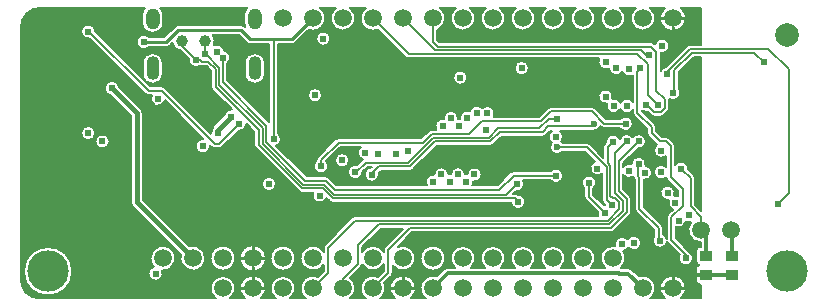
<source format=gbl>
G04 Layer: BottomLayer*
G04 EasyEDA Pro v2.2.40.8, 2025-11-29 03:04:21*
G04 Gerber Generator version 0.3*
G04 Scale: 100 percent, Rotated: No, Reflected: No*
G04 Dimensions in millimeters*
G04 Leading zeros omitted, absolute positions, 4 integers and 5 decimals*
G04 Generated by custom config*
%FSLAX45Y45*%
%MOMM*%
%ADD10C,0.2032*%
%ADD11C,0.254*%
%ADD12C,2.0*%
%ADD13C,3.5*%
%ADD14R,1.0X0.95*%
%ADD15C,1.5047*%
%ADD16C,1.5*%
%ADD17O,1.1X2.0*%
%ADD18O,1.2X1.8*%
%ADD19C,1.0*%
%ADD20C,0.61*%
%ADD21C,0.6*%
%ADD22C,0.15*%
%ADD23C,0.3*%
%ADD24C,0.25*%
%ADD25C,0.4*%
%ADD26C,0.35*%
%ADD27C,0.2*%
G75*


G04 Copper Start*
G36*
G01X1935163Y40160D02*
G01X1809757Y40160D01*
G01X1825473Y53407D01*
G01X1838320Y69452D01*
G01X1847808Y87686D01*
G01X1853578Y107414D01*
G01X1855410Y127886D01*
G01X1853234Y148325D01*
G01X1847133Y167954D01*
G01X1837340Y186025D01*
G01X1824225Y201852D01*
G01X1808288Y214833D01*
G01X1790135Y224474D01*
G01X1770457Y230410D01*
G01X1750000Y232414D01*
G01X1729544Y230410D01*
G01X1709865Y224474D01*
G01X1691712Y214833D01*
G01X1675775Y201852D01*
G01X1662661Y186025D01*
G01X1652867Y167954D01*
G01X1646766Y148325D01*
G01X1644590Y127886D01*
G01X1646422Y107414D01*
G01X1652192Y87686D01*
G01X1661680Y69452D01*
G01X1674527Y53407D01*
G01X1690243Y40160D01*
G01X201423Y40160D01*
G01X134079Y59401D01*
G01X87186Y87537D01*
G01X69051Y114739D01*
G01X58264Y142017D01*
G01X40160Y201511D01*
G01X40160Y270000D01*
G01X64586Y270000D01*
G01X66499Y242029D01*
G01X72203Y214580D01*
G01X81592Y188163D01*
G01X94490Y163270D01*
G01X110658Y140366D01*
G01X129794Y119876D01*
G01X151542Y102183D01*
G01X175496Y87616D01*
G01X201211Y76446D01*
G01X228207Y68882D01*
G01X255982Y65065D01*
G01X284018Y65065D01*
G01X311793Y68882D01*
G01X338789Y76446D01*
G01X364504Y87616D01*
G01X388458Y102183D01*
G01X410206Y119876D01*
G01X429342Y140366D01*
G01X445510Y163270D01*
G01X458408Y188163D01*
G01X467797Y214580D01*
G01X473501Y242029D01*
G01X474447Y255864D01*
G01X1119369Y255864D01*
G01X1119757Y240980D01*
G01X1123745Y226636D01*
G01X1131093Y213687D01*
G01X1141363Y202907D01*
G01X1153942Y194941D01*
G01X1153942Y194941D01*
G01X1168077Y190264D01*
G01X1182924Y189156D01*
G01X1197596Y191683D01*
G01X1211218Y197694D01*
G01X1222974Y206829D01*
G01X1232163Y218544D01*
G01X1238236Y232138D01*
G01X1240830Y246799D01*
G01X1239789Y261651D01*
G01X1235177Y275807D01*
G01X1254569Y276338D01*
G01X1273535Y280413D01*
G01X1291433Y287895D01*
G01X1307657Y298530D01*
G01X1321658Y311958D01*
G01X1332960Y327724D01*
G01X1341183Y345294D01*
G01X1346046Y364074D01*
G01X1347386Y383427D01*
G01X1345157Y402697D01*
G01X1339434Y421233D01*
G01X1330412Y438406D01*
G01X1318395Y453635D01*
G01X1303792Y466404D01*
G01X1287095Y476281D01*
G01X1268872Y482931D01*
G01X1249738Y486130D01*
G01X1230342Y485767D01*
G01X1211341Y481857D01*
G01X1193379Y474531D01*
G01X1177063Y464038D01*
G01X1162946Y450732D01*
G01X1151507Y435065D01*
G01X1143132Y417567D01*
G01X1138105Y398830D01*
G01X1136597Y379490D01*
G01X1138658Y360201D01*
G01X1144220Y341616D01*
G01X1153092Y324365D01*
G01X1164976Y309032D01*
G01X1151104Y303624D01*
G01X1138959Y295013D01*
G01X1129265Y283712D01*
G01X1122603Y270397D01*
G01X1119369Y255864D01*
G01X474447Y255864D01*
G01X475414Y270000D01*
G01X473501Y297971D01*
G01X467797Y325420D01*
G01X458408Y351837D01*
G01X445510Y376730D01*
G01X429342Y399634D01*
G01X410206Y420124D01*
G01X388458Y437817D01*
G01X364504Y452384D01*
G01X338789Y463554D01*
G01X311793Y471118D01*
G01X284018Y474935D01*
G01X255982Y474935D01*
G01X228207Y471118D01*
G01X201211Y463554D01*
G01X175496Y452384D01*
G01X151542Y437817D01*
G01X129794Y420124D01*
G01X110658Y399634D01*
G01X94490Y376730D01*
G01X81592Y351837D01*
G01X72203Y325420D01*
G01X66499Y297971D01*
G01X64586Y270000D01*
G01X64586Y270000D01*
G01X40160Y270000D01*
G01X40160Y1370000D01*
G01X669086Y1370000D01*
G01X670856Y1355422D01*
G01X676063Y1341692D01*
G01X684405Y1329607D01*
G01X695397Y1319869D01*
G01X708400Y1313045D01*
G01X722658Y1309530D01*
G01X737342Y1309530D01*
G01X751600Y1313045D01*
G01X764603Y1319869D01*
G01X775595Y1329607D01*
G01X783937Y1341692D01*
G01X789144Y1355422D01*
G01X790914Y1370000D01*
G01X789144Y1384578D01*
G01X783937Y1398308D01*
G01X775595Y1410393D01*
G01X764603Y1420131D01*
G01X751600Y1426956D01*
G01X737342Y1430470D01*
G01X722658Y1430470D01*
G01X708400Y1426956D01*
G01X695397Y1420131D01*
G01X684405Y1410393D01*
G01X676063Y1398308D01*
G01X670856Y1384578D01*
G01X669086Y1370000D01*
G01X669086Y1370000D01*
G01X40160Y1370000D01*
G01X40160Y1440000D01*
G01X549086Y1440000D01*
G01X550856Y1425422D01*
G01X556063Y1411692D01*
G01X564405Y1399607D01*
G01X575397Y1389869D01*
G01X588400Y1383044D01*
G01X602658Y1379530D01*
G01X617342Y1379530D01*
G01X631600Y1383044D01*
G01X644603Y1389869D01*
G01X655595Y1399607D01*
G01X663937Y1411692D01*
G01X669144Y1425422D01*
G01X670914Y1440000D01*
G01X669144Y1454578D01*
G01X663937Y1468308D01*
G01X655595Y1480393D01*
G01X644603Y1490131D01*
G01X631600Y1496955D01*
G01X617342Y1500470D01*
G01X602658Y1500470D01*
G01X588400Y1496955D01*
G01X575397Y1490131D01*
G01X564405Y1480393D01*
G01X556063Y1468308D01*
G01X550856Y1454578D01*
G01X549086Y1440000D01*
G01X549086Y1440000D01*
G01X40160Y1440000D01*
G01X40160Y1823845D01*
G01X749208Y1823845D01*
G01X750045Y1809240D01*
G01X754339Y1795255D01*
G01X761845Y1782698D01*
G01X772128Y1772292D01*
G01X784595Y1764638D01*
G01X798528Y1760177D01*
G01X969586Y1589119D01*
G01X969586Y857000D01*
G01X969586Y857000D01*
G01X971304Y843952D01*
G01X976340Y831793D01*
G01X984352Y821352D01*
G01X1394890Y410814D01*
G01X1391091Y391310D01*
G01X1391021Y371439D01*
G01X1394680Y351909D01*
G01X1401939Y333411D01*
G01X1412541Y316605D01*
G01X1426108Y302087D01*
G01X1442159Y290373D01*
G01X1460123Y281879D01*
G01X1479361Y276908D01*
G01X1499191Y275634D01*
G01X1518907Y278105D01*
G01X1537810Y284232D01*
G01X1555227Y293797D01*
G01X1570539Y306461D01*
G01X1583203Y321773D01*
G01X1592768Y339190D01*
G01X1598895Y358093D01*
G01X1601366Y377809D01*
G01X1601161Y381000D01*
G01X1644586Y381000D01*
G01X1646612Y360435D01*
G01X1652610Y340660D01*
G01X1662352Y322435D01*
G01X1675461Y306461D01*
G01X1691435Y293352D01*
G01X1709660Y283610D01*
G01X1729435Y277612D01*
G01X1750000Y275586D01*
G01X1770565Y277612D01*
G01X1790340Y283610D01*
G01X1808565Y293352D01*
G01X1824539Y306461D01*
G01X1837649Y322435D01*
G01X1847390Y340660D01*
G01X1853388Y360435D01*
G01X1855414Y381000D01*
G01X1893186Y381000D01*
G01X1895073Y360638D01*
G01X1900669Y340969D01*
G01X1909784Y322664D01*
G01X1922108Y306345D01*
G01X1937220Y292569D01*
G01X1954606Y281803D01*
G01X1973674Y274416D01*
G01X1993775Y270659D01*
G01X2014225Y270659D01*
G01X2034326Y274416D01*
G01X2053394Y281803D01*
G01X2070780Y292569D01*
G01X2085893Y306345D01*
G01X2098216Y322664D01*
G01X2107331Y340969D01*
G01X2112927Y360638D01*
G01X2114814Y381000D01*
G01X2114814Y381000D01*
G01X2152586Y381000D01*
G01X2154612Y360435D01*
G01X2160610Y340660D01*
G01X2170352Y322435D01*
G01X2183461Y306461D01*
G01X2199435Y293352D01*
G01X2217660Y283610D01*
G01X2237435Y277612D01*
G01X2258000Y275586D01*
G01X2278565Y277612D01*
G01X2298340Y283610D01*
G01X2316565Y293352D01*
G01X2332539Y306461D01*
G01X2345649Y322435D01*
G01X2355390Y340660D01*
G01X2361388Y360435D01*
G01X2363414Y381000D01*
G01X2363414Y381000D01*
G01X2361388Y401565D01*
G01X2355390Y421340D01*
G01X2345649Y439565D01*
G01X2332539Y455539D01*
G01X2316565Y468648D01*
G01X2298340Y478390D01*
G01X2278565Y484388D01*
G01X2258000Y486414D01*
G01X2237435Y484388D01*
G01X2217660Y478390D01*
G01X2199435Y468648D01*
G01X2183461Y455539D01*
G01X2170352Y439565D01*
G01X2160610Y421340D01*
G01X2154612Y401565D01*
G01X2152586Y381000D01*
G01X2114814Y381000D01*
G01X2114814Y381000D01*
G01X2112927Y401362D01*
G01X2107331Y421031D01*
G01X2098216Y439336D01*
G01X2085893Y455655D01*
G01X2070780Y469431D01*
G01X2053394Y480197D01*
G01X2034326Y487584D01*
G01X2014225Y491341D01*
G01X1993775Y491341D01*
G01X1973674Y487584D01*
G01X1954606Y480197D01*
G01X1937220Y469431D01*
G01X1922108Y455655D01*
G01X1909784Y439336D01*
G01X1900669Y421031D01*
G01X1895073Y401362D01*
G01X1893186Y381000D01*
G01X1855414Y381000D01*
G01X1855414Y381000D01*
G01X1855414Y381000D01*
G01X1853388Y401565D01*
G01X1847390Y421340D01*
G01X1837649Y439565D01*
G01X1824539Y455539D01*
G01X1808565Y468648D01*
G01X1790340Y478390D01*
G01X1770565Y484388D01*
G01X1750000Y486414D01*
G01X1729435Y484388D01*
G01X1709660Y478390D01*
G01X1691435Y468648D01*
G01X1675461Y455539D01*
G01X1662352Y439565D01*
G01X1652610Y421340D01*
G01X1646612Y401565D01*
G01X1644586Y381000D01*
G01X1601161Y381000D01*
G01X1600093Y397639D01*
G01X1595121Y416878D01*
G01X1586627Y434841D01*
G01X1574913Y450892D01*
G01X1560395Y464459D01*
G01X1543589Y475061D01*
G01X1525092Y482320D01*
G01X1505561Y485979D01*
G01X1485690Y485909D01*
G01X1466186Y482110D01*
G01X1070414Y877882D01*
G01X1070414Y1010001D01*
G01X2079087Y1010001D01*
G01X2080857Y995423D01*
G01X2086065Y981692D01*
G01X2094406Y969607D01*
G01X2105398Y959869D01*
G01X2118401Y953045D01*
G01X2132659Y949531D01*
G01X2147344Y949531D01*
G01X2161602Y953045D01*
G01X2174604Y959869D01*
G01X2185596Y969607D01*
G01X2193938Y981692D01*
G01X2199145Y995423D01*
G01X2200915Y1010001D01*
G01X2199145Y1024578D01*
G01X2193938Y1038309D01*
G01X2185596Y1050394D01*
G01X2174604Y1060132D01*
G01X2161602Y1066956D01*
G01X2147344Y1070470D01*
G01X2132659Y1070470D01*
G01X2118401Y1066956D01*
G01X2105398Y1060132D01*
G01X2094406Y1050394D01*
G01X2086065Y1038309D01*
G01X2080857Y1024578D01*
G01X2079087Y1010001D01*
G01X2079087Y1010001D01*
G01X1070414Y1010001D01*
G01X1070414Y1610001D01*
G01X1068696Y1623049D01*
G01X1063660Y1635208D01*
G01X1055648Y1645649D01*
G01X869824Y1831473D01*
G01X865364Y1845406D01*
G01X857710Y1857874D01*
G01X847304Y1868157D01*
G01X834746Y1875662D01*
G01X820761Y1879957D01*
G01X806156Y1880793D01*
G01X791772Y1878123D01*
G01X778440Y1872101D01*
G01X766928Y1863074D01*
G01X757900Y1851562D01*
G01X751878Y1838229D01*
G01X749208Y1823845D01*
G01X40160Y1823845D01*
G01X40160Y2348211D01*
G01X57589Y2396149D01*
G01X97208Y2442792D01*
G01X143636Y2482229D01*
G01X201512Y2499840D01*
G01X1090013Y2499840D01*
G01X1079410Y2486336D01*
G01X1071550Y2471071D01*
G01X1066718Y2454595D01*
G01X1065088Y2437503D01*
G01X1065088Y2377503D01*
G01X1067064Y2358705D01*
G01X1072904Y2340728D01*
G01X1082355Y2324359D01*
G01X1095003Y2310312D01*
G01X1110295Y2299202D01*
G01X1127562Y2291514D01*
G01X1146051Y2287584D01*
G01X1164952Y2287584D01*
G01X1183441Y2291514D01*
G01X1200709Y2299202D01*
G01X1216000Y2310312D01*
G01X1228648Y2324359D01*
G01X1238099Y2340728D01*
G01X1243940Y2358705D01*
G01X1245915Y2377503D01*
G01X1245915Y2437503D01*
G01X1244285Y2454595D01*
G01X1239453Y2471071D01*
G01X1231594Y2486336D01*
G01X1220990Y2499840D01*
G01X1955010Y2499840D01*
G01X1944407Y2486336D01*
G01X1936547Y2471071D01*
G01X1931715Y2454595D01*
G01X1930085Y2437503D01*
G01X1930085Y2377503D01*
G01X1931061Y2364251D01*
G01X1933969Y2351285D01*
G01X1938746Y2338886D01*
G01X1935686Y2341946D01*
G01X1926799Y2348766D01*
G01X1916449Y2353053D01*
G01X1905342Y2354515D01*
G01X1371601Y2354515D01*
G01X1360494Y2353053D01*
G01X1350144Y2348766D01*
G01X1341257Y2341946D01*
G01X1252224Y2252914D01*
G01X1123233Y2252914D01*
G01X1112001Y2261832D01*
G01X1098996Y2267878D01*
G01X1084938Y2270715D01*
G01X1070606Y2270186D01*
G01X1056795Y2266322D01*
G01X1044270Y2259335D01*
G01X1033726Y2249614D01*
G01X1025747Y2237697D01*
G01X1020775Y2224245D01*
G01X1019087Y2210003D01*
G01X1020775Y2195761D01*
G01X1025745Y2182309D01*
G01X1033724Y2170391D01*
G01X1044267Y2160669D01*
G01X1056792Y2153682D01*
G01X1070603Y2149817D01*
G01X1084934Y2149287D01*
G01X1098993Y2152124D01*
G01X1111998Y2158168D01*
G01X1123230Y2167086D01*
G01X1270000Y2167086D01*
G01X1281107Y2168548D01*
G01X1291457Y2172835D01*
G01X1300344Y2179655D01*
G01X1321829Y2201140D01*
G01X1326866Y2186567D01*
G01X1334592Y2173223D01*
G01X1344723Y2161599D01*
G01X1356886Y2152122D01*
G01X1370634Y2145141D01*
G01X1385462Y2140912D01*
G01X1459475Y2066899D01*
G01X1459470Y2053139D01*
G01X1462553Y2039730D01*
G01X1468568Y2027354D01*
G01X1477206Y2016644D01*
G01X1488028Y2008146D01*
G01X1500481Y2002293D01*
G01X1513930Y1999385D01*
G01X1527689Y1999570D01*
G01X1541055Y2002838D01*
G01X1553346Y2009022D01*
G01X1562300Y2005415D01*
G01X1571875Y2004186D01*
G01X1612195Y2004186D01*
G01X1650086Y1966295D01*
G01X1650086Y1832002D01*
G01X1651378Y1822189D01*
G01X1655166Y1813045D01*
G01X1661191Y1805193D01*
G01X1825741Y1640643D01*
G01X1810803Y1640215D01*
G01X1796418Y1636164D01*
G01X1783453Y1628732D01*
G01X1772688Y1618367D01*
G01X1764770Y1605693D01*
G01X1760176Y1591472D01*
G01X1674352Y1505648D01*
G01X1667107Y1496491D01*
G01X1662164Y1485914D01*
G01X1659786Y1474482D01*
G01X1653202Y1462011D01*
G01X1649662Y1448360D01*
G01X1649357Y1434262D01*
G01X1257309Y1826309D01*
G01X1249457Y1832335D01*
G01X1240313Y1836122D01*
G01X1230500Y1837414D01*
G01X1136219Y1837414D01*
G01X941144Y2032488D01*
G01X1070088Y2032488D01*
G01X1070088Y1942488D01*
G01X1071954Y1924730D01*
G01X1077472Y1907747D01*
G01X1086400Y1892283D01*
G01X1098349Y1879014D01*
G01X1112795Y1868518D01*
G01X1129107Y1861255D01*
G01X1146573Y1857542D01*
G01X1164430Y1857542D01*
G01X1181896Y1861255D01*
G01X1198209Y1868518D01*
G01X1212655Y1879014D01*
G01X1224603Y1892283D01*
G01X1233531Y1907747D01*
G01X1239049Y1924730D01*
G01X1240915Y1942488D01*
G01X1240915Y1942488D01*
G01X1240915Y2032488D01*
G01X1239049Y2050247D01*
G01X1233531Y2067229D01*
G01X1224603Y2082693D01*
G01X1212655Y2095963D01*
G01X1198209Y2106459D01*
G01X1181896Y2113722D01*
G01X1164430Y2117434D01*
G01X1146573Y2117434D01*
G01X1129107Y2113722D01*
G01X1112795Y2106459D01*
G01X1098349Y2095963D01*
G01X1086400Y2082693D01*
G01X1077472Y2067229D01*
G01X1071954Y2050247D01*
G01X1070088Y2032488D01*
G01X941144Y2032488D01*
G01X670851Y2302782D01*
G01X668340Y2317521D01*
G01X662315Y2331204D01*
G01X653139Y2343008D01*
G01X641363Y2352221D01*
G01X627698Y2358288D01*
G01X612967Y2360843D01*
G01X598057Y2359733D01*
G01X583867Y2355024D01*
G01X571251Y2347001D01*
G01X560969Y2336146D01*
G01X553641Y2323114D01*
G01X549709Y2308689D01*
G01X549409Y2293741D01*
G01X552759Y2279170D01*
G01X559558Y2265854D01*
G01X569395Y2254595D01*
G01X581679Y2246072D01*
G01X595669Y2240797D01*
G01X610522Y2239090D01*
G01X625344Y2241052D01*
G01X1093705Y1772691D01*
G01X1101557Y1766666D01*
G01X1110701Y1762878D01*
G01X1120514Y1761586D01*
G01X1147915Y1761586D01*
G01X1141757Y1747843D01*
G01X1139158Y1733010D01*
G01X1140278Y1717992D01*
G01X1145048Y1703708D01*
G01X1153177Y1691031D01*
G01X1164167Y1680735D01*
G01X1177348Y1673450D01*
G01X1191912Y1669622D01*
G01X1206971Y1669483D01*
G01X1221604Y1673043D01*
G01X1234916Y1680084D01*
G01X1246094Y1690176D01*
G01X1254454Y1702702D01*
G01X1259486Y1716896D01*
G01X1585742Y1390640D01*
G01X1570857Y1390222D01*
G01X1556519Y1386205D01*
G01X1543583Y1378829D01*
G01X1532824Y1368536D01*
G01X1524883Y1355939D01*
G01X1520236Y1341792D01*
G01X1519160Y1326941D01*
G01X1521719Y1312272D01*
G01X1527761Y1298662D01*
G01X1536924Y1286925D01*
G01X1548661Y1277761D01*
G01X1562271Y1271720D01*
G01X1576940Y1269160D01*
G01X1591792Y1270236D01*
G01X1605938Y1274883D01*
G01X1618535Y1282824D01*
G01X1628829Y1293584D01*
G01X1636204Y1306519D01*
G01X1640221Y1320858D01*
G01X1640639Y1335742D01*
G01X1653192Y1323190D01*
G01X1661044Y1317165D01*
G01X1670188Y1313377D01*
G01X1680001Y1312085D01*
G01X1719999Y1312085D01*
G01X1729812Y1313377D01*
G01X1738956Y1317165D01*
G01X1746809Y1323190D01*
G01X1883098Y1459479D01*
G01X1897099Y1459502D01*
G01X1910725Y1462720D01*
G01X1923256Y1468965D01*
G01X1934030Y1477906D01*
G01X1942478Y1489071D01*
G01X1948154Y1501869D01*
G01X1950758Y1515626D01*
G01X2016686Y1449698D01*
G01X2016686Y1338058D01*
G01X2017978Y1328245D01*
G01X2021765Y1319101D01*
G01X2027791Y1311249D01*
G01X2392450Y946589D01*
G01X2400303Y940564D01*
G01X2409447Y936776D01*
G01X2419260Y935484D01*
G01X2514669Y935484D01*
G01X2510316Y922202D01*
G01X2509105Y908277D01*
G01X2511101Y894443D01*
G01X2516197Y881428D01*
G01X2524126Y869917D01*
G01X2534470Y860516D01*
G01X2546684Y853721D01*
G01X2560126Y849889D01*
G01X2574087Y849222D01*
G01X2587833Y851755D01*
G01X2600640Y857354D01*
G01X2611833Y865726D01*
G01X2620824Y876428D01*
G01X2627138Y888898D01*
G01X2653845Y862191D01*
G01X2661697Y856166D01*
G01X2670841Y852378D01*
G01X2680654Y851086D01*
G01X4189742Y851086D01*
G01X4193466Y837319D01*
G01X4200290Y824795D01*
G01X4209839Y814201D01*
G01X4221589Y806118D01*
G01X4234897Y800988D01*
G01X4249033Y799094D01*
G01X4263221Y800538D01*
G01X4276686Y805243D01*
G01X4288687Y812949D01*
G01X4298567Y823234D01*
G01X4305785Y835535D01*
G01X4309945Y849177D01*
G01X4310818Y863413D01*
G01X4308358Y877461D01*
G01X4302698Y890552D01*
G01X4294149Y901968D01*
G01X4283180Y911084D01*
G01X4270392Y917399D01*
G01X4256487Y920568D01*
G01X4242225Y920416D01*
G01X4232099Y925253D01*
G01X4221000Y926914D01*
G01X4210526Y926914D01*
G01X4233088Y949476D01*
G01X4246700Y949455D01*
G01X4259976Y952456D01*
G01X4272254Y958330D01*
G01X4282922Y966784D01*
G01X4291446Y977395D01*
G01X4297401Y989635D01*
G01X4300489Y1002891D01*
G01X4300557Y1016502D01*
G01X4297601Y1029788D01*
G01X4291768Y1042086D01*
G01X4522324Y1042086D01*
G01X4533039Y1031581D01*
G01X4545998Y1024014D01*
G01X4560413Y1019845D01*
G01X4575410Y1019327D01*
G01X4590079Y1022491D01*
G01X4603529Y1029145D01*
G01X4614945Y1038885D01*
G01X4623633Y1051120D01*
G01X4629066Y1065108D01*
G01X4630914Y1080000D01*
G01X4629066Y1094892D01*
G01X4623633Y1108880D01*
G01X4614945Y1121115D01*
G01X4603529Y1130856D01*
G01X4590079Y1137510D01*
G01X4575410Y1140673D01*
G01X4560413Y1140155D01*
G01X4545998Y1135986D01*
G01X4533039Y1128419D01*
G01X4522324Y1117914D01*
G01X4211046Y1117914D01*
G01X4201233Y1116622D01*
G01X4192089Y1112835D01*
G01X4184237Y1106809D01*
G01X4076341Y998914D01*
G01X3862385Y998914D01*
G01X3867045Y1008638D01*
G01X3869918Y1019031D01*
G01X3870913Y1029768D01*
G01X3885668Y1029350D01*
G01X3900090Y1032494D01*
G01X3913332Y1039015D01*
G01X3924617Y1048529D01*
G01X3933282Y1060479D01*
G01X3938819Y1074162D01*
G01X3940902Y1088775D01*
G01X3939408Y1103459D01*
G01X3934427Y1117354D01*
G01X3926249Y1129642D01*
G01X3915356Y1139603D01*
G01X3902387Y1146651D01*
G01X3888103Y1150373D01*
G01X3873344Y1150549D01*
G01X3858975Y1147171D01*
G01X3845841Y1140435D01*
G01X3834713Y1130738D01*
G01X3826244Y1118649D01*
G01X3820931Y1104877D01*
G01X3819087Y1090232D01*
G01X3810000Y1090914D01*
G01X3800913Y1090232D01*
G01X3799096Y1104768D01*
G01X3793862Y1118450D01*
G01X3785512Y1130487D01*
G01X3774529Y1140182D01*
G01X3761550Y1146975D01*
G01X3747325Y1150472D01*
G01X3732675Y1150472D01*
G01X3718450Y1146975D01*
G01X3705470Y1140182D01*
G01X3694488Y1130487D01*
G01X3686138Y1118450D01*
G01X3680903Y1104768D01*
G01X3679086Y1090232D01*
G01X3670000Y1090914D01*
G01X3660913Y1090232D01*
G01X3659342Y1103749D01*
G01X3654809Y1116579D01*
G01X3647541Y1128083D01*
G01X3637901Y1137686D01*
G01X3626370Y1144910D01*
G01X3613522Y1149394D01*
G01X3600000Y1150914D01*
G01X3586478Y1149394D01*
G01X3573630Y1144910D01*
G01X3562099Y1137687D01*
G01X3552458Y1128083D01*
G01X3545191Y1116579D01*
G01X3540658Y1103749D01*
G01X3539086Y1090232D01*
G01X3523861Y1090604D01*
G01X3509020Y1087187D01*
G01X3495490Y1080195D01*
G01X3484117Y1070066D01*
G01X3475612Y1057432D01*
G01X3470508Y1043083D01*
G01X3469122Y1027916D01*
G01X3471541Y1012880D01*
G01X3477615Y998914D01*
G01X2712040Y998914D01*
G01X2648746Y1062207D01*
G01X2640894Y1068233D01*
G01X2631750Y1072020D01*
G01X2621937Y1073312D01*
G01X2460645Y1073312D01*
G01X2201100Y1332857D01*
G01X2212631Y1338563D01*
G01X2222706Y1346564D01*
G01X2230876Y1356502D01*
G01X2236777Y1367935D01*
G01X2240145Y1380352D01*
G01X2240830Y1393200D01*
G01X2238801Y1405904D01*
G01X2234149Y1417899D01*
G01X2227082Y1428650D01*
G01X2217914Y1437676D01*
G01X2217914Y1760000D01*
G01X2469086Y1760000D01*
G01X2470856Y1745422D01*
G01X2476063Y1731692D01*
G01X2484405Y1719607D01*
G01X2495397Y1709869D01*
G01X2508400Y1703045D01*
G01X2522658Y1699530D01*
G01X2537342Y1699530D01*
G01X2551600Y1703045D01*
G01X2564603Y1709869D01*
G01X2575595Y1719607D01*
G01X2583937Y1731692D01*
G01X2589144Y1745422D01*
G01X2590914Y1760000D01*
G01X2589144Y1774578D01*
G01X2583937Y1788308D01*
G01X2575595Y1800393D01*
G01X2564603Y1810131D01*
G01X2551600Y1816956D01*
G01X2537342Y1820470D01*
G01X2522658Y1820470D01*
G01X2508400Y1816956D01*
G01X2495397Y1810131D01*
G01X2484405Y1800393D01*
G01X2476063Y1788308D01*
G01X2470856Y1774578D01*
G01X2469086Y1760000D01*
G01X2469086Y1760000D01*
G01X2217914Y1760000D01*
G01X2217914Y1910000D01*
G01X3699086Y1910000D01*
G01X3700856Y1895422D01*
G01X3706064Y1881692D01*
G01X3714405Y1869607D01*
G01X3725397Y1859869D01*
G01X3738400Y1853045D01*
G01X3752658Y1849530D01*
G01X3767342Y1849530D01*
G01X3781600Y1853045D01*
G01X3794603Y1859869D01*
G01X3805595Y1869607D01*
G01X3813937Y1881692D01*
G01X3819144Y1895422D01*
G01X3820914Y1910000D01*
G01X3819144Y1924578D01*
G01X3813937Y1938308D01*
G01X3805595Y1950393D01*
G01X3794603Y1960131D01*
G01X3781600Y1966955D01*
G01X3767342Y1970470D01*
G01X3752658Y1970470D01*
G01X3738400Y1966955D01*
G01X3725397Y1960131D01*
G01X3714405Y1950393D01*
G01X3706064Y1938308D01*
G01X3700856Y1924578D01*
G01X3699086Y1910000D01*
G01X3699086Y1910000D01*
G01X2217914Y1910000D01*
G01X2217914Y1990000D01*
G01X4219086Y1990000D01*
G01X4220856Y1975422D01*
G01X4226063Y1961692D01*
G01X4234405Y1949607D01*
G01X4245397Y1939869D01*
G01X4258400Y1933045D01*
G01X4272658Y1929530D01*
G01X4287342Y1929530D01*
G01X4301600Y1933045D01*
G01X4314603Y1939869D01*
G01X4325595Y1949607D01*
G01X4333937Y1961692D01*
G01X4339144Y1975422D01*
G01X4340914Y1990000D01*
G01X4339144Y2004578D01*
G01X4333937Y2018308D01*
G01X4325595Y2030393D01*
G01X4314603Y2040131D01*
G01X4301600Y2046956D01*
G01X4287342Y2050470D01*
G01X4272658Y2050470D01*
G01X4258400Y2046956D01*
G01X4245397Y2040131D01*
G01X4234405Y2030393D01*
G01X4226063Y2018308D01*
G01X4220856Y2004578D01*
G01X4219086Y1990000D01*
G01X4219086Y1990000D01*
G01X2217914Y1990000D01*
G01X2217914Y2191586D01*
G01X2333500Y2191586D01*
G01X2344607Y2193049D01*
G01X2354957Y2197336D01*
G01X2363845Y2204155D01*
G01X2399690Y2240000D01*
G01X2539086Y2240000D01*
G01X2540856Y2225422D01*
G01X2546063Y2211692D01*
G01X2554405Y2199607D01*
G01X2565397Y2189869D01*
G01X2578400Y2183045D01*
G01X2592658Y2179530D01*
G01X2607342Y2179530D01*
G01X2621600Y2183045D01*
G01X2634603Y2189869D01*
G01X2645595Y2199607D01*
G01X2653936Y2211692D01*
G01X2659144Y2225422D01*
G01X2660914Y2240000D01*
G01X2659144Y2254578D01*
G01X2653936Y2268308D01*
G01X2645595Y2280393D01*
G01X2634603Y2290131D01*
G01X2621600Y2296956D01*
G01X2607342Y2300470D01*
G01X2592658Y2300470D01*
G01X2578400Y2296956D01*
G01X2565397Y2290131D01*
G01X2554405Y2280393D01*
G01X2546063Y2268308D01*
G01X2540856Y2254578D01*
G01X2539086Y2240000D01*
G01X2539086Y2240000D01*
G01X2399690Y2240000D01*
G01X2474262Y2314573D01*
G01X2492655Y2309376D01*
G01X2511684Y2307587D01*
G01X2530723Y2309262D01*
G01X2549147Y2314348D01*
G01X2566350Y2322677D01*
G01X2581766Y2333976D01*
G01X2594888Y2347872D01*
G01X2605286Y2363909D01*
G01X2612616Y2381561D01*
G01X2616640Y2400245D01*
G01X2617223Y2419349D01*
G01X2614347Y2438245D01*
G01X2608106Y2456310D01*
G01X2598706Y2472952D01*
G01X2586455Y2487623D01*
G01X2571757Y2499840D01*
G01X2706243Y2499840D01*
G01X2690527Y2486593D01*
G01X2677680Y2470548D01*
G01X2668192Y2452314D01*
G01X2662422Y2432586D01*
G01X2660590Y2412114D01*
G01X2662766Y2391675D01*
G01X2668867Y2372046D01*
G01X2678661Y2353975D01*
G01X2691775Y2338148D01*
G01X2707712Y2325167D01*
G01X2725865Y2315526D01*
G01X2745544Y2309590D01*
G01X2766000Y2307586D01*
G01X2786457Y2309590D01*
G01X2806135Y2315526D01*
G01X2824288Y2325167D01*
G01X2840225Y2338148D01*
G01X2853340Y2353975D01*
G01X2863133Y2372046D01*
G01X2869234Y2391675D01*
G01X2871410Y2412114D01*
G01X2869578Y2432586D01*
G01X2863808Y2452314D01*
G01X2854320Y2470548D01*
G01X2841473Y2486593D01*
G01X2825757Y2499840D01*
G01X2960243Y2499840D01*
G01X2945306Y2487383D01*
G01X2932911Y2472394D01*
G01X2923482Y2455383D01*
G01X2917338Y2436928D01*
G01X2914689Y2417660D01*
G01X2915626Y2398232D01*
G01X2920115Y2379308D01*
G01X2928006Y2361530D01*
G01X2939028Y2345505D01*
G01X2952807Y2331777D01*
G01X2968873Y2320815D01*
G01X2986680Y2312991D01*
G01X3005621Y2308571D01*
G01X3025052Y2307707D01*
G01X3044311Y2310428D01*
G01X3062742Y2316640D01*
G01X3296191Y2083191D01*
G01X3304043Y2077166D01*
G01X3313187Y2073378D01*
G01X3323000Y2072086D01*
G01X4938222Y2072086D01*
G01X4932492Y2060084D01*
G01X4929504Y2047125D01*
G01X4929400Y2033826D01*
G01X4932184Y2020821D01*
G01X4937724Y2008731D01*
G01X4945757Y1998131D01*
G01X4955898Y1989527D01*
G01X4967665Y1983329D01*
G01X4980496Y1979832D01*
G01X4993781Y1979204D01*
G01X5006885Y1981473D01*
G01X5019185Y1986533D01*
G01X5022041Y1971257D01*
G01X5028670Y1957201D01*
G01X5038640Y1945280D01*
G01X5051302Y1936270D01*
G01X5065831Y1930757D01*
G01X5081283Y1929100D01*
G01X5096652Y1931406D01*
G01X5110936Y1937527D01*
G01X5123207Y1947062D01*
G01X5132666Y1959393D01*
G01X5139696Y1945630D01*
G01X5149963Y1934079D01*
G01X5162806Y1925484D01*
G01X5177399Y1920398D01*
G01X5192802Y1919147D01*
G01X5208024Y1921813D01*
G01X5222086Y1928224D01*
G01X5222086Y1701584D01*
G01X5213123Y1713023D01*
G01X5201705Y1722012D01*
G01X5188483Y1728042D01*
G01X5174210Y1730768D01*
G01X5159696Y1730036D01*
G01X5145769Y1725887D01*
G01X5133221Y1718557D01*
G01X5122767Y1708464D01*
G01X5115000Y1696182D01*
G01X5107867Y1707673D01*
G01X5098374Y1717307D01*
G01X5086990Y1724608D01*
G01X5074274Y1729218D01*
G01X5060856Y1730908D01*
G01X5047395Y1729595D01*
G01X5050595Y1743775D01*
G01X5050345Y1758308D01*
G01X5046658Y1772369D01*
G01X5039745Y1785156D01*
G01X5029999Y1795941D01*
G01X5017976Y1804110D01*
G01X5004359Y1809197D01*
G01X4989925Y1810914D01*
G01X4975495Y1809162D01*
G01X4961891Y1804041D01*
G01X4949888Y1795842D01*
G01X4940169Y1785034D01*
G01X4933287Y1772230D01*
G01X4929635Y1758160D01*
G01X4929420Y1743626D01*
G01X4932656Y1729454D01*
G01X4939156Y1716453D01*
G01X4948552Y1705362D01*
G01X4960308Y1696813D01*
G01X4973755Y1691292D01*
G01X4988127Y1689115D01*
G01X5002605Y1690405D01*
G01X4999324Y1675374D01*
G01X4999912Y1660001D01*
G01X5004334Y1645265D01*
G01X5012307Y1632107D01*
G01X5023321Y1621367D01*
G01X5036676Y1613728D01*
G01X5051518Y1609679D01*
G01X5066901Y1609478D01*
G01X5081845Y1613138D01*
G01X5095394Y1620424D01*
G01X5106686Y1630873D01*
G01X5115000Y1643818D01*
G01X5122767Y1631536D01*
G01X5133221Y1621442D01*
G01X5145769Y1614113D01*
G01X5159696Y1609964D01*
G01X5174210Y1609232D01*
G01X5188483Y1611958D01*
G01X5201705Y1617988D01*
G01X5213123Y1626977D01*
G01X5222086Y1638416D01*
G01X5222086Y1610004D01*
G01X5223378Y1600191D01*
G01X5227165Y1591047D01*
G01X5233191Y1583195D01*
G01X5342089Y1474296D01*
G01X5342089Y1440001D01*
G01X5343381Y1430188D01*
G01X5347169Y1421044D01*
G01X5353194Y1413191D01*
G01X5423194Y1343192D01*
G01X5426071Y1340594D01*
G01X5415151Y1331229D01*
G01X5406732Y1319564D01*
G01X5401284Y1306250D01*
G01X5399109Y1292030D01*
G01X5400330Y1277696D01*
G01X5404879Y1264049D01*
G01X5412501Y1251848D01*
G01X5422772Y1241775D01*
G01X5435118Y1234392D01*
G01X5448852Y1230110D01*
G01X5463207Y1229169D01*
G01X5477382Y1231619D01*
G01X5490587Y1237326D01*
G01X5502086Y1245971D01*
G01X5502086Y1154037D01*
G01X5490751Y1162582D01*
G01X5477745Y1168272D01*
G01X5463775Y1170797D01*
G01X5449601Y1170020D01*
G01X5435991Y1165983D01*
G01X5423685Y1158906D01*
G01X5413352Y1149172D01*
G01X5405552Y1137311D01*
G01X5400709Y1123967D01*
G01X5399086Y1109864D01*
G01X5400772Y1095769D01*
G01X5405674Y1082446D01*
G01X5413527Y1070620D01*
G01X5423904Y1060933D01*
G01X5436241Y1053911D01*
G01X5449868Y1049935D01*
G01X5464046Y1049221D01*
G01X5478004Y1051808D01*
G01X5490985Y1057555D01*
G01X5502282Y1066151D01*
G01X5504127Y1057729D01*
G01X5507827Y1049941D01*
G01X5513191Y1043191D01*
G01X5605475Y950906D01*
G01X5605475Y905324D01*
G01X5594253Y909219D01*
G01X5582488Y910861D01*
G01X5570628Y910189D01*
G01X5574935Y924140D01*
G01X5575798Y938716D01*
G01X5573168Y953079D01*
G01X5567195Y966403D01*
G01X5558222Y977922D01*
G01X5546767Y986976D01*
G01X5533485Y993043D01*
G01X5519142Y995775D01*
G01X5504560Y995015D01*
G01X5490578Y990807D01*
G01X5478000Y983393D01*
G01X5467547Y973198D01*
G01X5459820Y960808D01*
G01X5455264Y946936D01*
G01X5454140Y932378D01*
G01X5456513Y917971D01*
G01X5462246Y904542D01*
G01X5471011Y892864D01*
G01X5482303Y883606D01*
G01X5495473Y877302D01*
G01X5509765Y874313D01*
G01X5524358Y874812D01*
G01X5520116Y861210D01*
G01X5519149Y846995D01*
G01X5521511Y832944D01*
G01X5527072Y819826D01*
G01X5535529Y808359D01*
G01X5546418Y799170D01*
G01X5559144Y792762D01*
G01X5519791Y753409D01*
G01X5513765Y745557D01*
G01X5509978Y736413D01*
G01X5508686Y726600D01*
G01X5508686Y546284D01*
G01X5504114Y557945D01*
G01X5497254Y568424D01*
G01X5488396Y577279D01*
G01X5477914Y584135D01*
G01X5477914Y635051D01*
G01X5476622Y644864D01*
G01X5472834Y654008D01*
G01X5466809Y661860D01*
G01X5314518Y814151D01*
G01X5314518Y1045000D01*
G01X5328584Y1044196D01*
G01X5342458Y1046644D01*
G01X5355399Y1052215D01*
G01X5366714Y1060610D01*
G01X5375797Y1071380D01*
G01X5382163Y1083949D01*
G01X5385472Y1097644D01*
G01X5385545Y1111732D01*
G01X5382380Y1125461D01*
G01X5376146Y1138096D01*
G01X5367175Y1148960D01*
G01X5355949Y1157472D01*
G01X5343067Y1163178D01*
G01X5329219Y1165772D01*
G01X5330901Y1180489D01*
G01X5328982Y1195177D01*
G01X5323574Y1208967D01*
G01X5314997Y1221044D01*
G01X5303759Y1230694D01*
G01X5290524Y1237346D01*
G01X5276075Y1240607D01*
G01X5261266Y1240284D01*
G01X5246973Y1236396D01*
G01X5234041Y1229173D01*
G01X5223234Y1219042D01*
G01X5215192Y1206602D01*
G01X5210391Y1192589D01*
G01X5209114Y1177832D01*
G01X5196094Y1180605D01*
G01X5182782Y1180484D01*
G01X5169815Y1177474D01*
G01X5157811Y1171719D01*
G01X5147344Y1163493D01*
G01X5138914Y1153191D01*
G01X5138914Y1185303D01*
G01X5263086Y1309476D01*
G01X5277327Y1309527D01*
G01X5291167Y1312883D01*
G01X5303849Y1319361D01*
G01X5314681Y1328607D01*
G01X5323070Y1340115D01*
G01X5328558Y1353256D01*
G01X5330844Y1367312D01*
G01X5329804Y1381515D01*
G01X5325495Y1395089D01*
G01X5318153Y1407291D01*
G01X5308177Y1417454D01*
G01X5296115Y1425024D01*
G01X5282624Y1429586D01*
G01X5268443Y1430892D01*
G01X5254347Y1428868D01*
G01X5241105Y1423628D01*
G01X5229442Y1415455D01*
G01X5219996Y1404799D01*
G01X5210980Y1415068D01*
G01X5199902Y1423070D01*
G01X5187318Y1428400D01*
G01X5173864Y1430791D01*
G01X5160214Y1430123D01*
G01X5147057Y1426428D01*
G01X5135055Y1419894D01*
G01X5124812Y1410848D01*
G01X5116843Y1399746D01*
G01X5111549Y1387147D01*
G01X5105340Y1400728D01*
G01X5096012Y1412389D01*
G01X5084128Y1421431D01*
G01X5070401Y1427310D01*
G01X5055656Y1429672D01*
G01X5040780Y1428376D01*
G01X5026666Y1423499D01*
G01X5014162Y1415335D01*
G01X5004021Y1404375D01*
G01X4996851Y1391276D01*
G01X4993083Y1376826D01*
G01X4992944Y1361894D01*
G01X4983191Y1352141D01*
G01X4977165Y1344289D01*
G01X4973378Y1335145D01*
G01X4972086Y1325332D01*
G01X4972086Y1231533D01*
G01X4856819Y1346799D01*
G01X4848967Y1352824D01*
G01X4839823Y1356612D01*
G01X4830010Y1357904D01*
G01X4627046Y1357904D01*
G01X4621483Y1363919D01*
G01X4615158Y1369127D01*
G01X4623503Y1380894D01*
G01X4628846Y1394294D01*
G01X4630888Y1408574D01*
G01X4629515Y1422934D01*
G01X4624804Y1436568D01*
G01X4617019Y1448713D01*
G01X4606596Y1458686D01*
G01X4866600Y1458686D01*
G01X4878646Y1460650D01*
G01X4892680Y1459636D01*
G01X4906569Y1461895D01*
G01X4919559Y1467306D01*
G01X4930944Y1475576D01*
G01X4940107Y1486254D01*
G01X4946552Y1498763D01*
G01X4952124Y1493191D01*
G01X4959976Y1487166D01*
G01X4969121Y1483378D01*
G01X4978933Y1482086D01*
G01X5112324Y1482086D01*
G01X5123039Y1471581D01*
G01X5135998Y1464014D01*
G01X5150413Y1459845D01*
G01X5165411Y1459327D01*
G01X5180079Y1462491D01*
G01X5193530Y1469145D01*
G01X5204945Y1478885D01*
G01X5213633Y1491120D01*
G01X5219066Y1505108D01*
G01X5220914Y1520000D01*
G01X5219066Y1534892D01*
G01X5213633Y1548880D01*
G01X5204945Y1561115D01*
G01X5193530Y1570855D01*
G01X5180079Y1577509D01*
G01X5165411Y1580673D01*
G01X5150413Y1580155D01*
G01X5135998Y1575986D01*
G01X5123039Y1568419D01*
G01X5112324Y1557914D01*
G01X4994638Y1557914D01*
G01X4902343Y1650209D01*
G01X4894490Y1656235D01*
G01X4885346Y1660022D01*
G01X4875533Y1661314D01*
G01X4529560Y1661314D01*
G01X4519747Y1660022D01*
G01X4510603Y1656235D01*
G01X4502750Y1650209D01*
G01X4430455Y1577914D01*
G01X4041778Y1577914D01*
G01X4048040Y1591512D01*
G01X4050797Y1606227D01*
G01X4049881Y1621171D01*
G01X4045348Y1635439D01*
G01X4037471Y1648171D01*
G01X4026727Y1658596D01*
G01X4013765Y1666087D01*
G01X3999367Y1670190D01*
G01X3984403Y1670656D01*
G01X3969777Y1667459D01*
G01X3956373Y1660791D01*
G01X3945000Y1651055D01*
G01X3934180Y1660421D01*
G01X3921473Y1667004D01*
G01X3907581Y1670440D01*
G01X3893270Y1670541D01*
G01X3879331Y1667300D01*
G01X3866533Y1660897D01*
G01X3855582Y1651684D01*
G01X3847083Y1640171D01*
G01X3841504Y1626992D01*
G01X3827779Y1630415D01*
G01X3813634Y1630580D01*
G01X3799832Y1627478D01*
G01X3787118Y1621277D01*
G01X3776178Y1612310D01*
G01X3767600Y1601061D01*
G01X3761849Y1588137D01*
G01X3759233Y1574235D01*
G01X3759895Y1560105D01*
G01X3750000Y1560914D01*
G01X3740105Y1560105D01*
G01X3740696Y1575144D01*
G01X3737583Y1589868D01*
G01X3730954Y1603380D01*
G01X3721214Y1614854D01*
G01X3708958Y1623590D01*
G01X3694935Y1629055D01*
G01X3680000Y1630914D01*
G01X3665065Y1629055D01*
G01X3651042Y1623590D01*
G01X3638786Y1614854D01*
G01X3629046Y1603380D01*
G01X3622417Y1589868D01*
G01X3619304Y1575144D01*
G01X3619895Y1560105D01*
G01X3606233Y1560797D01*
G01X3592760Y1558423D01*
G01X3580157Y1553103D01*
G01X3569059Y1545104D01*
G01X3560026Y1534830D01*
G01X3553514Y1522800D01*
G01X3549850Y1509619D01*
G01X3549221Y1495954D01*
G01X3551656Y1482492D01*
G01X3557035Y1469914D01*
G01X3518159Y1469914D01*
G01X3508346Y1468622D01*
G01X3499202Y1464834D01*
G01X3491350Y1458809D01*
G01X3430455Y1397914D01*
G01X2729997Y1397914D01*
G01X2720184Y1396622D01*
G01X2711040Y1392835D01*
G01X2703188Y1386809D01*
G01X2553192Y1236813D01*
G01X2547167Y1228961D01*
G01X2543379Y1219817D01*
G01X2542087Y1210004D01*
G01X2542087Y1207677D01*
G01X2531871Y1197337D01*
G01X2524396Y1184871D01*
G01X2520087Y1170988D01*
G01X2519189Y1156480D01*
G01X2521755Y1142172D01*
G01X2527637Y1128880D01*
G01X2536501Y1117360D01*
G01X2547843Y1108267D01*
G01X2561015Y1102121D01*
G01X2575269Y1099271D01*
G01X2589792Y1099879D01*
G01X2603758Y1103910D01*
G01X2616370Y1111135D01*
G01X2626912Y1121143D01*
G01X2634783Y1133364D01*
G01X2639534Y1147102D01*
G01X2640895Y1161574D01*
G01X2638789Y1175956D01*
G01X2633335Y1189430D01*
G01X2624844Y1201228D01*
G01X2633616Y1210000D01*
G01X2699086Y1210000D01*
G01X2700856Y1195422D01*
G01X2706063Y1181692D01*
G01X2714405Y1169607D01*
G01X2725397Y1159869D01*
G01X2738400Y1153045D01*
G01X2752658Y1149530D01*
G01X2767342Y1149530D01*
G01X2781600Y1153045D01*
G01X2794603Y1159869D01*
G01X2805595Y1169607D01*
G01X2813937Y1181692D01*
G01X2819144Y1195422D01*
G01X2820914Y1210000D01*
G01X2819144Y1224578D01*
G01X2813937Y1238308D01*
G01X2805595Y1250394D01*
G01X2794603Y1260131D01*
G01X2781600Y1266956D01*
G01X2767342Y1270470D01*
G01X2752658Y1270470D01*
G01X2738400Y1266956D01*
G01X2725397Y1260131D01*
G01X2714405Y1250394D01*
G01X2706063Y1238308D01*
G01X2700856Y1224578D01*
G01X2699086Y1210000D01*
G01X2699086Y1210000D01*
G01X2633616Y1210000D01*
G01X2745702Y1322086D01*
G01X2916319Y1322086D01*
G01X2906519Y1311825D01*
G01X2899359Y1299575D01*
G01X2895226Y1286001D01*
G01X2894347Y1271839D01*
G01X2896767Y1257858D01*
G01X2902356Y1244816D01*
G01X2910811Y1233422D01*
G01X2921673Y1224292D01*
G01X2934353Y1217923D01*
G01X2933191Y1216809D01*
G01X2885331Y1168949D01*
G01X2870509Y1170910D01*
G01X2855655Y1169200D01*
G01X2841666Y1163924D01*
G01X2829383Y1155399D01*
G01X2819547Y1144139D01*
G01X2812750Y1130822D01*
G01X2809402Y1116250D01*
G01X2809704Y1101302D01*
G01X2813639Y1086878D01*
G01X2820968Y1073846D01*
G01X2831251Y1062993D01*
G01X2843869Y1054971D01*
G01X2858060Y1050264D01*
G01X2872970Y1049157D01*
G01X2887701Y1051714D01*
G01X2901365Y1057783D01*
G01X2913139Y1066998D01*
G01X2922314Y1078803D01*
G01X2928337Y1092487D01*
G01X2930845Y1107227D01*
G01X2975704Y1152086D01*
G01X3009468Y1152086D01*
G01X3007337Y1149956D01*
G01X2992592Y1147474D01*
G01X2978896Y1141474D01*
G01X2967074Y1132319D01*
G01X2957839Y1120560D01*
G01X2951746Y1106905D01*
G01X2949164Y1092177D01*
G01X2950247Y1077264D01*
G01X2954931Y1063064D01*
G01X2962933Y1050433D01*
G01X2973771Y1040132D01*
G01X2986791Y1032781D01*
G01X3001211Y1028824D01*
G01X3016160Y1028499D01*
G01X3030737Y1031825D01*
G01X3044066Y1038602D01*
G01X3055341Y1048422D01*
G01X3063885Y1060694D01*
G01X3069182Y1074677D01*
G01X3070912Y1089528D01*
G01X3068973Y1104355D01*
G01X3085704Y1121086D01*
G01X3332840Y1121086D01*
G01X3342653Y1122378D01*
G01X3351797Y1126166D01*
G01X3359649Y1132191D01*
G01X3559545Y1332086D01*
G01X4013840Y1332086D01*
G01X4023653Y1333378D01*
G01X4032797Y1337166D01*
G01X4040650Y1343191D01*
G01X4108545Y1411086D01*
G01X4459000Y1411086D01*
G01X4468813Y1412378D01*
G01X4477957Y1416166D01*
G01X4485809Y1422191D01*
G01X4522304Y1458686D01*
G01X4533386Y1458686D01*
G01X4523039Y1448805D01*
G01X4515282Y1436783D01*
G01X4510544Y1423283D01*
G01X4509084Y1409051D01*
G01X4510985Y1394870D01*
G01X4516141Y1381525D01*
G01X4524267Y1369749D01*
G01X4534916Y1360195D01*
G01X4526997Y1348964D01*
G01X4521821Y1336235D01*
G01X4519655Y1322665D01*
G01X4520612Y1308957D01*
G01X4524642Y1295819D01*
G01X4531536Y1283933D01*
G01X4540938Y1273911D01*
G01X4552362Y1266274D01*
G01X4565216Y1261415D01*
G01X4578836Y1259588D01*
G01X4592516Y1260885D01*
G01X4605549Y1265240D01*
G01X4617261Y1272428D01*
G01X4627046Y1282076D01*
G01X4814306Y1282076D01*
G01X4899148Y1197234D01*
G01X4885439Y1190160D01*
G01X4873947Y1179870D01*
G01X4865408Y1167023D01*
G01X4860370Y1152442D01*
G01X4859157Y1137064D01*
G01X4861845Y1121874D01*
G01X4868264Y1107847D01*
G01X4878000Y1095881D01*
G01X4890429Y1086745D01*
G01X4904755Y1081025D01*
G01X4920059Y1079086D01*
G01X4935359Y1081054D01*
G01X4949674Y1086803D01*
G01X4962086Y1095963D01*
G01X4962086Y872188D01*
G01X4963378Y862375D01*
G01X4967165Y853231D01*
G01X4973191Y845379D01*
G01X4983106Y835463D01*
G01X4982714Y828380D01*
G01X4975631Y827988D01*
G01X4887017Y916602D01*
G01X4887017Y973223D01*
G01X4897522Y983939D01*
G01X4905088Y996897D01*
G01X4909257Y1011313D01*
G01X4909776Y1026310D01*
G01X4906612Y1040979D01*
G01X4899958Y1054429D01*
G01X4890218Y1065844D01*
G01X4877982Y1074532D01*
G01X4863994Y1079965D01*
G01X4849103Y1081813D01*
G01X4834211Y1079965D01*
G01X4820223Y1074532D01*
G01X4807987Y1065844D01*
G01X4798247Y1054429D01*
G01X4791593Y1040979D01*
G01X4788429Y1026310D01*
G01X4788948Y1011313D01*
G01X4793117Y996897D01*
G01X4800683Y983939D01*
G01X4811189Y973223D01*
G01X4811189Y900897D01*
G01X4812481Y891085D01*
G01X4816268Y881940D01*
G01X4822293Y874088D01*
G01X4922013Y774369D01*
G01X4921884Y761801D01*
G01X4924338Y749475D01*
G01X4929269Y737914D01*
G01X2870000Y737914D01*
G01X2860187Y736622D01*
G01X2851043Y732835D01*
G01X2843191Y726809D01*
G01X2613191Y496809D01*
G01X2607166Y488957D01*
G01X2603378Y479813D01*
G01X2602086Y470000D01*
G01X2602086Y435741D01*
G01X2590451Y451409D01*
G01X2576128Y464664D01*
G01X2559607Y475052D01*
G01X2541454Y482216D01*
G01X2522291Y485910D01*
G01X2502776Y486010D01*
G01X2483577Y482510D01*
G01X2465352Y475531D01*
G01X2448726Y465312D01*
G01X2434268Y452203D01*
G01X2422475Y436654D01*
G01X2413750Y419197D01*
G01X2408393Y400432D01*
G01X2406586Y381000D01*
G01X2408393Y361568D01*
G01X2413750Y342803D01*
G01X2422475Y325346D01*
G01X2434268Y309797D01*
G01X2448726Y296688D01*
G01X2465352Y286469D01*
G01X2483577Y279490D01*
G01X2502776Y275990D01*
G01X2522291Y276090D01*
G01X2541454Y279784D01*
G01X2559607Y286948D01*
G01X2576128Y297336D01*
G01X2590451Y310591D01*
G01X2602086Y326259D01*
G01X2602086Y270704D01*
G01X2554742Y223360D01*
G01X2536311Y229572D01*
G01X2517052Y232293D01*
G01X2497621Y231429D01*
G01X2478680Y227009D01*
G01X2460873Y219185D01*
G01X2444807Y208223D01*
G01X2431028Y194495D01*
G01X2420006Y178470D01*
G01X2412115Y160692D01*
G01X2407626Y141768D01*
G01X2406689Y122340D01*
G01X2409338Y103072D01*
G01X2415482Y84617D01*
G01X2424911Y67606D01*
G01X2437306Y52617D01*
G01X2452243Y40160D01*
G01X2317757Y40160D01*
G01X2333473Y53407D01*
G01X2346320Y69452D01*
G01X2355808Y87686D01*
G01X2361578Y107414D01*
G01X2363410Y127886D01*
G01X2361234Y148325D01*
G01X2355133Y167954D01*
G01X2345340Y186025D01*
G01X2332225Y201852D01*
G01X2316288Y214833D01*
G01X2298135Y224474D01*
G01X2278457Y230410D01*
G01X2258000Y232414D01*
G01X2237544Y230410D01*
G01X2217865Y224474D01*
G01X2199712Y214833D01*
G01X2183775Y201852D01*
G01X2170661Y186025D01*
G01X2160867Y167954D01*
G01X2154766Y148325D01*
G01X2152590Y127886D01*
G01X2154422Y107414D01*
G01X2160192Y87686D01*
G01X2169680Y69452D01*
G01X2182527Y53407D01*
G01X2198243Y40160D01*
G01X2072837Y40160D01*
G01X2088006Y54732D01*
G01X2100149Y71907D01*
G01X2108827Y91068D01*
G01X2113728Y111523D01*
G01X2114676Y132536D01*
G01X2111636Y153350D01*
G01X2104718Y173214D01*
G01X2094171Y191413D01*
G01X2080375Y207291D01*
G01X2063827Y220276D01*
G01X2045124Y229901D01*
G01X2024939Y235818D01*
G01X2004000Y237814D01*
G01X1983061Y235818D01*
G01X1962876Y229901D01*
G01X1944173Y220276D01*
G01X1927625Y207291D01*
G01X1913829Y191413D01*
G01X1903282Y173214D01*
G01X1896364Y153350D01*
G01X1893324Y132536D01*
G01X1894272Y111523D01*
G01X1899173Y91068D01*
G01X1907852Y71907D01*
G01X1919994Y54732D01*
G01X1935163Y40160D01*
G37*
G36*
G01X1787914Y2032324D02*
G01X1788078Y2032488D01*
G01X1935085Y2032488D01*
G01X1935085Y1942488D01*
G01X1936951Y1924730D01*
G01X1942469Y1907747D01*
G01X1951397Y1892283D01*
G01X1963346Y1879014D01*
G01X1977792Y1868518D01*
G01X1994104Y1861255D01*
G01X2011570Y1857542D01*
G01X2029427Y1857542D01*
G01X2046893Y1861255D01*
G01X2063206Y1868518D01*
G01X2077652Y1879014D01*
G01X2089600Y1892283D01*
G01X2098528Y1907747D01*
G01X2104046Y1924730D01*
G01X2105912Y1942488D01*
G01X2105912Y1942488D01*
G01X2105912Y2032488D01*
G01X2104046Y2050247D01*
G01X2098528Y2067229D01*
G01X2089600Y2082693D01*
G01X2077652Y2095963D01*
G01X2063206Y2106459D01*
G01X2046893Y2113722D01*
G01X2029427Y2117434D01*
G01X2011570Y2117434D01*
G01X1994104Y2113722D01*
G01X1977792Y2106459D01*
G01X1963346Y2095963D01*
G01X1951397Y2082693D01*
G01X1942469Y2067229D01*
G01X1936951Y2050247D01*
G01X1935085Y2032488D01*
G01X1788078Y2032488D01*
G01X1797798Y2042240D01*
G01X1805157Y2054151D01*
G01X1809602Y2067428D01*
G01X1810899Y2081369D01*
G01X1808977Y2095238D01*
G01X1803940Y2108302D01*
G01X1796053Y2119870D01*
G01X1785733Y2129332D01*
G01X1773526Y2136188D01*
G01X1760075Y2140075D01*
G01X1756068Y2153810D01*
G01X1748967Y2166231D01*
G01X1739165Y2176654D01*
G01X1727203Y2184502D01*
G01X1713740Y2189344D01*
G01X1699518Y2190912D01*
G01X1685324Y2189120D01*
G01X1671939Y2184065D01*
G01X1678099Y2200843D01*
G01X1680402Y2218567D01*
G01X1678733Y2236362D01*
G01X1673175Y2253348D01*
G01X1664001Y2268687D01*
G01X1887566Y2268687D01*
G01X1952098Y2204155D01*
G01X1960986Y2197336D01*
G01X1971336Y2193049D01*
G01X1982443Y2191586D01*
G01X2142086Y2191586D01*
G01X2142086Y1531534D01*
G01X1787914Y1885706D01*
G01X1787914Y2032324D01*
G37*
G36*
G01X2960243Y40160D02*
G01X2825757Y40160D01*
G01X2841264Y53193D01*
G01X2853991Y68952D01*
G01X2863470Y86854D01*
G01X2869349Y106238D01*
G01X2871412Y126389D01*
G01X2869583Y146563D01*
G01X2863929Y166014D01*
G01X2854658Y184024D01*
G01X2842114Y199929D01*
G01X2826760Y213141D01*
G01X2916809Y303191D01*
G01X2922784Y310956D01*
G01X2926569Y319992D01*
G01X2927913Y329697D01*
G01X2939475Y312972D01*
G01X2954033Y298778D01*
G01X2971045Y287643D01*
G01X2989879Y279981D01*
G01X3009833Y276078D01*
G01X3030165Y276077D01*
G01X3050119Y279980D01*
G01X3068953Y287642D01*
G01X3085965Y298776D01*
G01X3100523Y312970D01*
G01X3112086Y329694D01*
G01X3112086Y272704D01*
G01X3062742Y223360D01*
G01X3044311Y229572D01*
G01X3025052Y232293D01*
G01X3005621Y231429D01*
G01X2986680Y227009D01*
G01X2968873Y219185D01*
G01X2952807Y208223D01*
G01X2939028Y194495D01*
G01X2928006Y178470D01*
G01X2920115Y160692D01*
G01X2915626Y141768D01*
G01X2914689Y122340D01*
G01X2917338Y103072D01*
G01X2923482Y84617D01*
G01X2932911Y67606D01*
G01X2945306Y52617D01*
G01X2960243Y40160D01*
G37*
G36*
G01X3277468Y631086D02*
G01X3123191Y476809D01*
G01X3117166Y468957D01*
G01X3113378Y459813D01*
G01X3112086Y450000D01*
G01X3112086Y432306D01*
G01X3100524Y449030D01*
G01X3085965Y463223D01*
G01X3068953Y474358D01*
G01X3050120Y482019D01*
G01X3030166Y485923D01*
G01X3009834Y485923D01*
G01X2989880Y482019D01*
G01X2971047Y474358D01*
G01X2954035Y463223D01*
G01X2939477Y449030D01*
G01X2927914Y432306D01*
G01X2927914Y474296D01*
G01X3084705Y631086D01*
G01X3277468Y631086D01*
G37*
G36*
G01X3205163Y40160D02*
G01X3079757Y40160D01*
G01X3093828Y51757D01*
G01X3105691Y65606D01*
G01X3114989Y81292D01*
G01X3121445Y98345D01*
G01X3124865Y116256D01*
G01X3125148Y134488D01*
G01X3122284Y152496D01*
G01X3116360Y169742D01*
G01X3176809Y230191D01*
G01X3182834Y238043D01*
G01X3186622Y247187D01*
G01X3187914Y257000D01*
G01X3187914Y320162D01*
G01X3200826Y305121D01*
G01X3216326Y292763D01*
G01X3233865Y283525D01*
G01X3252824Y277735D01*
G01X3272532Y275596D01*
G01X3292291Y277185D01*
G01X3311404Y282445D01*
G01X3329194Y291191D01*
G01X3345032Y303112D01*
G01X3358358Y317788D01*
G01X3368701Y334699D01*
G01X3375695Y353247D01*
G01X3379093Y372777D01*
G01X3378961Y381000D01*
G01X3422586Y381000D01*
G01X3424612Y360435D01*
G01X3430610Y340660D01*
G01X3440352Y322435D01*
G01X3453461Y306461D01*
G01X3469435Y293352D01*
G01X3487660Y283610D01*
G01X3507435Y277612D01*
G01X3528000Y275586D01*
G01X3548565Y277612D01*
G01X3568340Y283610D01*
G01X3586565Y293352D01*
G01X3602539Y306461D01*
G01X3615649Y322435D01*
G01X3625390Y340660D01*
G01X3631388Y360435D01*
G01X3633414Y381000D01*
G01X3633414Y381000D01*
G01X3631388Y401565D01*
G01X3625390Y421340D01*
G01X3615649Y439565D01*
G01X3602539Y455539D01*
G01X3586565Y468648D01*
G01X3568340Y478390D01*
G01X3548565Y484388D01*
G01X3528000Y486414D01*
G01X3507435Y484388D01*
G01X3487660Y478390D01*
G01X3469435Y468648D01*
G01X3453461Y455539D01*
G01X3440352Y439565D01*
G01X3430610Y421340D01*
G01X3424612Y401565D01*
G01X3422586Y381000D01*
G01X3378961Y381000D01*
G01X3378774Y392598D01*
G01X3374750Y412008D01*
G01X3367163Y430322D01*
G01X3356282Y446892D01*
G01X3342491Y461132D01*
G01X3326278Y472538D01*
G01X3308216Y480706D01*
G01X3288944Y485349D01*
G01X3269144Y486302D01*
G01X3249515Y483531D01*
G01X3230752Y477134D01*
G01X3353705Y600086D01*
G01X5035681Y600086D01*
G01X5045494Y601378D01*
G01X5054638Y605166D01*
G01X5062490Y611191D01*
G01X5195837Y744538D01*
G01X5201862Y752390D01*
G01X5205650Y761534D01*
G01X5206942Y771347D01*
G01X5206942Y880502D01*
G01X5205650Y890315D01*
G01X5201862Y899459D01*
G01X5195837Y907311D01*
G01X5138914Y964234D01*
G01X5138914Y1086805D01*
G01X5147762Y1076096D01*
G01X5158806Y1067671D01*
G01X5171472Y1061967D01*
G01X5185101Y1059280D01*
G01X5198985Y1059752D01*
G01X5212400Y1063356D01*
G01X5224650Y1069906D01*
G01X5228431Y1060025D01*
G01X5234795Y1051574D01*
G01X5238690Y1047679D01*
G01X5238690Y798447D01*
G01X5239982Y788634D01*
G01X5243769Y779490D01*
G01X5249795Y771638D01*
G01X5402086Y619346D01*
G01X5402086Y567626D01*
G01X5394772Y555721D01*
G01X5390364Y542462D01*
G01X5389092Y528548D01*
G01X5391025Y514710D01*
G01X5396060Y501676D01*
G01X5403933Y490133D01*
G01X5414228Y480687D01*
G01X5426405Y473836D01*
G01X5439823Y469939D01*
G01X5453776Y469203D01*
G01X5467530Y471665D01*
G01X5480361Y477197D01*
G01X5491593Y485506D01*
G01X5500637Y496157D01*
G01X5507016Y508588D01*
G01X5510395Y522146D01*
G01X5514147Y513797D01*
G01X5519791Y506591D01*
G01X5616769Y409613D01*
G01X5611353Y396464D01*
G01X5609134Y382417D01*
G01X5610232Y368239D01*
G01X5614588Y354701D01*
G01X5621964Y342543D01*
G01X5631958Y332426D01*
G01X5644025Y324902D01*
G01X5657508Y320381D01*
G01X5671672Y319109D01*
G01X5685745Y321156D01*
G01X5698959Y326410D01*
G01X5710596Y334585D01*
G01X5720019Y345235D01*
G01X5726717Y357780D01*
G01X5730323Y371536D01*
G01X5730642Y385754D01*
G01X5727655Y399657D01*
G01X5721526Y412489D01*
G01X5712589Y423551D01*
G01X5701331Y432239D01*
G01X5700209Y433409D01*
G01X5584514Y549105D01*
G01X5584514Y644674D01*
G01X5597665Y640348D01*
G01X5611454Y639104D01*
G01X5625168Y641005D01*
G01X5638098Y645954D01*
G01X5649576Y653694D01*
G01X5659011Y663827D01*
G01X5665913Y675829D01*
G01X5669927Y689079D01*
G01X5683957Y684310D01*
G01X5698723Y683070D01*
G01X5713352Y685432D01*
G01X5702697Y669058D01*
G01X5695247Y650999D01*
G01X5691257Y631876D01*
G01X5690865Y612344D01*
G01X5694083Y593076D01*
G01X5700801Y574732D01*
G01X5710789Y557943D01*
G01X5723703Y543285D01*
G01X5739100Y531262D01*
G01X5756451Y522286D01*
G01X5775161Y516667D01*
G01X5794586Y514596D01*
G01X5794586Y477914D01*
G01X5790000Y477914D01*
G01X5780601Y476426D01*
G01X5772123Y472106D01*
G01X5765394Y465377D01*
G01X5761074Y456899D01*
G01X5759586Y447500D01*
G01X5759586Y352500D01*
G01X5761330Y342348D01*
G01X5766363Y333361D01*
G01X5774108Y326568D01*
G01X5783675Y322751D01*
G01X5774223Y319652D01*
G01X5765988Y314072D01*
G01X5759605Y306442D01*
G01X5755568Y297351D01*
G01X5754186Y287500D01*
G01X5754186Y192500D01*
G01X5755939Y181433D01*
G01X5761026Y171449D01*
G01X5768949Y163526D01*
G01X5778933Y158439D01*
G01X5790000Y156686D01*
G01X5799840Y156686D01*
G01X5799840Y40160D01*
G01X5628837Y40160D01*
G01X5644006Y54732D01*
G01X5656149Y71907D01*
G01X5664827Y91068D01*
G01X5669728Y111523D01*
G01X5670676Y132536D01*
G01X5667636Y153350D01*
G01X5660718Y173214D01*
G01X5650171Y191413D01*
G01X5636375Y207291D01*
G01X5619827Y220276D01*
G01X5601124Y229901D01*
G01X5580939Y235818D01*
G01X5560000Y237814D01*
G01X5539061Y235818D01*
G01X5518876Y229901D01*
G01X5500173Y220276D01*
G01X5483625Y207291D01*
G01X5469829Y191413D01*
G01X5459282Y173214D01*
G01X5452364Y153350D01*
G01X5449324Y132536D01*
G01X5450272Y111523D01*
G01X5455173Y91068D01*
G01X5463852Y71907D01*
G01X5475994Y54732D01*
G01X5491163Y40160D01*
G01X5365757Y40160D01*
G01X5380210Y52133D01*
G01X5392310Y66480D01*
G01X5401674Y82745D01*
G01X5408006Y100412D01*
G01X5411104Y118923D01*
G01X5410871Y137689D01*
G01X5407313Y156117D01*
G01X5400544Y173622D01*
G01X5390778Y189649D01*
G01X5378324Y203690D01*
G01X5363578Y215300D01*
G01X5347007Y224111D01*
G01X5329136Y229844D01*
G01X5310532Y232316D01*
G01X5291784Y231451D01*
G01X5273486Y227274D01*
G01X5216880Y283880D01*
G01X5206957Y291495D01*
G01X5195401Y296281D01*
G01X5183000Y297914D01*
G01X5119259Y297914D01*
G01X5117558Y298451D01*
G01X5131724Y312035D01*
G01X5143127Y328010D01*
G01X5151371Y345821D01*
G01X5156170Y364852D01*
G01X5157358Y384443D01*
G01X5154893Y403915D01*
G01X5148862Y422592D01*
G01X5139473Y439827D01*
G01X5152851Y443535D01*
G01X5165043Y450176D01*
G01X5175415Y459404D01*
G01X5183427Y470742D01*
G01X5194791Y460295D01*
G01X5208416Y453040D01*
G01X5223427Y449442D01*
G01X5238860Y449734D01*
G01X5253724Y453895D01*
G01X5267066Y461659D01*
G01X5278027Y472528D01*
G01X5285904Y485802D01*
G01X5290192Y500631D01*
G01X5290614Y516061D01*
G01X5287145Y531102D01*
G01X5280006Y544788D01*
G01X5269656Y556240D01*
G01X5256759Y564723D01*
G01X5242145Y569692D01*
G01X5226751Y570827D01*
G01X5211565Y568057D01*
G01X5197564Y561558D01*
G01X5185645Y551749D01*
G01X5176576Y539258D01*
G01X5166661Y548646D01*
G01X5154905Y555590D01*
G01X5141897Y559741D01*
G01X5128291Y560890D01*
G01X5114772Y558980D01*
G01X5102017Y554106D01*
G01X5090669Y546514D01*
G01X5081296Y536585D01*
G01X5074371Y524818D01*
G01X5070241Y511803D01*
G01X5069113Y498196D01*
G01X5071044Y484679D01*
G01X5051402Y486412D01*
G01X5031780Y484457D01*
G01X5012866Y478881D01*
G01X4995322Y469880D01*
G01X4979760Y457769D01*
G01X4966727Y442972D01*
G01X4956677Y426006D01*
G01X4949963Y407466D01*
G01X4946819Y387999D01*
G01X4947355Y368288D01*
G01X4951554Y349021D01*
G01X4959267Y330874D01*
G01X4970225Y314480D01*
G01X4984044Y300414D01*
G01X4865956Y300414D01*
G01X4879804Y314516D01*
G01X4890777Y330955D01*
G01X4898488Y349153D01*
G01X4902667Y368471D01*
G01X4903166Y388229D01*
G01X4899968Y407733D01*
G01X4893185Y426298D01*
G01X4883057Y443269D01*
G01X4869938Y458052D01*
G01X4854290Y470127D01*
G01X4836663Y479068D01*
G01X4817678Y484561D01*
G01X4798000Y486414D01*
G01X4778323Y484561D01*
G01X4759337Y479068D01*
G01X4741710Y470127D01*
G01X4726062Y458052D01*
G01X4712944Y443269D01*
G01X4702815Y426298D01*
G01X4696032Y407733D01*
G01X4692834Y388229D01*
G01X4693333Y368471D01*
G01X4697512Y349153D01*
G01X4705223Y330955D01*
G01X4716196Y314516D01*
G01X4730044Y300414D01*
G01X4611956Y300414D01*
G01X4625804Y314516D01*
G01X4636777Y330955D01*
G01X4644488Y349153D01*
G01X4648667Y368471D01*
G01X4649166Y388229D01*
G01X4645968Y407733D01*
G01X4639185Y426298D01*
G01X4629057Y443269D01*
G01X4615938Y458052D01*
G01X4600290Y470127D01*
G01X4582663Y479068D01*
G01X4563678Y484561D01*
G01X4544000Y486414D01*
G01X4524323Y484561D01*
G01X4505337Y479068D01*
G01X4487710Y470127D01*
G01X4472062Y458052D01*
G01X4458944Y443269D01*
G01X4448815Y426298D01*
G01X4442032Y407733D01*
G01X4438834Y388229D01*
G01X4439333Y368471D01*
G01X4443512Y349153D01*
G01X4451223Y330955D01*
G01X4462196Y314516D01*
G01X4476044Y300414D01*
G01X4357956Y300414D01*
G01X4371804Y314516D01*
G01X4382777Y330955D01*
G01X4390488Y349153D01*
G01X4394667Y368471D01*
G01X4395166Y388229D01*
G01X4391968Y407733D01*
G01X4385185Y426298D01*
G01X4375057Y443269D01*
G01X4361938Y458052D01*
G01X4346290Y470127D01*
G01X4328663Y479068D01*
G01X4309678Y484561D01*
G01X4290000Y486414D01*
G01X4270323Y484561D01*
G01X4251337Y479068D01*
G01X4233710Y470127D01*
G01X4218062Y458052D01*
G01X4204944Y443269D01*
G01X4194815Y426298D01*
G01X4188032Y407733D01*
G01X4184834Y388229D01*
G01X4185333Y368471D01*
G01X4189512Y349153D01*
G01X4197223Y330955D01*
G01X4208196Y314516D01*
G01X4222044Y300414D01*
G01X4103956Y300414D01*
G01X4117804Y314516D01*
G01X4128777Y330955D01*
G01X4136488Y349153D01*
G01X4140667Y368471D01*
G01X4141166Y388229D01*
G01X4137968Y407733D01*
G01X4131185Y426298D01*
G01X4121057Y443269D01*
G01X4107938Y458052D01*
G01X4092290Y470127D01*
G01X4074663Y479068D01*
G01X4055678Y484561D01*
G01X4036000Y486414D01*
G01X4016323Y484561D01*
G01X3997337Y479068D01*
G01X3979710Y470127D01*
G01X3964062Y458052D01*
G01X3950944Y443269D01*
G01X3940815Y426298D01*
G01X3934032Y407733D01*
G01X3930834Y388229D01*
G01X3931333Y368471D01*
G01X3935512Y349153D01*
G01X3943223Y330955D01*
G01X3954196Y314516D01*
G01X3968044Y300414D01*
G01X3849956Y300414D01*
G01X3863804Y314516D01*
G01X3874777Y330955D01*
G01X3882488Y349153D01*
G01X3886667Y368471D01*
G01X3887166Y388229D01*
G01X3883968Y407733D01*
G01X3877185Y426298D01*
G01X3867057Y443269D01*
G01X3853938Y458052D01*
G01X3838290Y470127D01*
G01X3820663Y479068D01*
G01X3801678Y484561D01*
G01X3782000Y486414D01*
G01X3762323Y484561D01*
G01X3743337Y479068D01*
G01X3725710Y470127D01*
G01X3710062Y458052D01*
G01X3696944Y443269D01*
G01X3686815Y426298D01*
G01X3680032Y407733D01*
G01X3676834Y388229D01*
G01X3677333Y368471D01*
G01X3681512Y349153D01*
G01X3689223Y330955D01*
G01X3700196Y314516D01*
G01X3714044Y300414D01*
G01X3653500Y300414D01*
G01X3641099Y298781D01*
G01X3629543Y293995D01*
G01X3619620Y286380D01*
G01X3560514Y227274D01*
G01X3542217Y231451D01*
G01X3523468Y232316D01*
G01X3504864Y229844D01*
G01X3486993Y224111D01*
G01X3470422Y215300D01*
G01X3455676Y203690D01*
G01X3443223Y189649D01*
G01X3433456Y173622D01*
G01X3426687Y156117D01*
G01X3423129Y137689D01*
G01X3422896Y118923D01*
G01X3425994Y100412D01*
G01X3432326Y82745D01*
G01X3441690Y66480D01*
G01X3453790Y52133D01*
G01X3468243Y40160D01*
G01X3342837Y40160D01*
G01X3358006Y54732D01*
G01X3370149Y71907D01*
G01X3378827Y91068D01*
G01X3383728Y111523D01*
G01X3384676Y132536D01*
G01X3381636Y153350D01*
G01X3374718Y173214D01*
G01X3364171Y191413D01*
G01X3350375Y207291D01*
G01X3333827Y220276D01*
G01X3315124Y229901D01*
G01X3294939Y235818D01*
G01X3274000Y237814D01*
G01X3253061Y235818D01*
G01X3232876Y229901D01*
G01X3214173Y220276D01*
G01X3197625Y207291D01*
G01X3183829Y191413D01*
G01X3173282Y173214D01*
G01X3166364Y153350D01*
G01X3163324Y132536D01*
G01X3164272Y111523D01*
G01X3169173Y91068D01*
G01X3177852Y71907D01*
G01X3189994Y54732D01*
G01X3205163Y40160D01*
G37*
G36*
G01X3565914Y2314640D02*
G01X3582993Y2323067D01*
G01X3598277Y2334430D01*
G01X3611267Y2348357D01*
G01X3621539Y2364394D01*
G01X3628758Y2382018D01*
G01X3632688Y2400653D01*
G01X3633201Y2419691D01*
G01X3630281Y2438510D01*
G01X3624021Y2456497D01*
G01X3614628Y2473064D01*
G01X3602407Y2487671D01*
G01X3587757Y2499840D01*
G01X3722243Y2499840D01*
G01X3706527Y2486593D01*
G01X3693680Y2470548D01*
G01X3684192Y2452314D01*
G01X3678422Y2432586D01*
G01X3676590Y2412114D01*
G01X3678766Y2391675D01*
G01X3684867Y2372046D01*
G01X3694661Y2353975D01*
G01X3707775Y2338148D01*
G01X3723712Y2325167D01*
G01X3741865Y2315526D01*
G01X3761544Y2309590D01*
G01X3782000Y2307586D01*
G01X3802457Y2309590D01*
G01X3822135Y2315526D01*
G01X3840288Y2325167D01*
G01X3856225Y2338148D01*
G01X3869340Y2353975D01*
G01X3879133Y2372046D01*
G01X3885234Y2391675D01*
G01X3887410Y2412114D01*
G01X3885578Y2432586D01*
G01X3879808Y2452314D01*
G01X3870320Y2470548D01*
G01X3857473Y2486593D01*
G01X3841757Y2499840D01*
G01X3976243Y2499840D01*
G01X3960527Y2486593D01*
G01X3947680Y2470548D01*
G01X3938192Y2452314D01*
G01X3932422Y2432586D01*
G01X3930590Y2412114D01*
G01X3932766Y2391675D01*
G01X3938867Y2372046D01*
G01X3948661Y2353975D01*
G01X3961775Y2338148D01*
G01X3977712Y2325167D01*
G01X3995865Y2315526D01*
G01X4015544Y2309590D01*
G01X4036000Y2307586D01*
G01X4056457Y2309590D01*
G01X4076135Y2315526D01*
G01X4094288Y2325167D01*
G01X4110225Y2338148D01*
G01X4123340Y2353975D01*
G01X4133133Y2372046D01*
G01X4139234Y2391675D01*
G01X4141410Y2412114D01*
G01X4139578Y2432586D01*
G01X4133808Y2452314D01*
G01X4124320Y2470548D01*
G01X4111473Y2486593D01*
G01X4095757Y2499840D01*
G01X4230243Y2499840D01*
G01X4214527Y2486593D01*
G01X4201680Y2470548D01*
G01X4192192Y2452314D01*
G01X4186422Y2432586D01*
G01X4184590Y2412114D01*
G01X4186766Y2391675D01*
G01X4192867Y2372046D01*
G01X4202661Y2353975D01*
G01X4215775Y2338148D01*
G01X4231712Y2325167D01*
G01X4249865Y2315526D01*
G01X4269544Y2309590D01*
G01X4290000Y2307586D01*
G01X4310457Y2309590D01*
G01X4330135Y2315526D01*
G01X4348288Y2325167D01*
G01X4364225Y2338148D01*
G01X4377340Y2353975D01*
G01X4387133Y2372046D01*
G01X4393234Y2391675D01*
G01X4395410Y2412114D01*
G01X4393578Y2432586D01*
G01X4387808Y2452314D01*
G01X4378320Y2470548D01*
G01X4365473Y2486593D01*
G01X4349757Y2499840D01*
G01X4484243Y2499840D01*
G01X4468527Y2486593D01*
G01X4455680Y2470548D01*
G01X4446192Y2452314D01*
G01X4440422Y2432586D01*
G01X4438590Y2412114D01*
G01X4440766Y2391675D01*
G01X4446867Y2372046D01*
G01X4456661Y2353975D01*
G01X4469775Y2338148D01*
G01X4485712Y2325167D01*
G01X4503865Y2315526D01*
G01X4523544Y2309590D01*
G01X4544000Y2307586D01*
G01X4564457Y2309590D01*
G01X4584135Y2315526D01*
G01X4602288Y2325167D01*
G01X4618225Y2338148D01*
G01X4631340Y2353975D01*
G01X4641133Y2372046D01*
G01X4647234Y2391675D01*
G01X4649410Y2412114D01*
G01X4647578Y2432586D01*
G01X4641808Y2452314D01*
G01X4632320Y2470548D01*
G01X4619473Y2486593D01*
G01X4603757Y2499840D01*
G01X4738243Y2499840D01*
G01X4722527Y2486593D01*
G01X4709680Y2470548D01*
G01X4700192Y2452314D01*
G01X4694422Y2432586D01*
G01X4692590Y2412114D01*
G01X4694766Y2391675D01*
G01X4700867Y2372046D01*
G01X4710661Y2353975D01*
G01X4723775Y2338148D01*
G01X4739712Y2325167D01*
G01X4757865Y2315526D01*
G01X4777544Y2309590D01*
G01X4798000Y2307586D01*
G01X4818457Y2309590D01*
G01X4838135Y2315526D01*
G01X4856288Y2325167D01*
G01X4872225Y2338148D01*
G01X4885340Y2353975D01*
G01X4895133Y2372046D01*
G01X4901234Y2391675D01*
G01X4903410Y2412114D01*
G01X4901578Y2432586D01*
G01X4895808Y2452314D01*
G01X4886320Y2470548D01*
G01X4873473Y2486593D01*
G01X4857757Y2499840D01*
G01X4992243Y2499840D01*
G01X4976527Y2486593D01*
G01X4963680Y2470548D01*
G01X4954192Y2452314D01*
G01X4948422Y2432586D01*
G01X4946590Y2412114D01*
G01X4948766Y2391675D01*
G01X4954867Y2372046D01*
G01X4964661Y2353975D01*
G01X4977775Y2338148D01*
G01X4993712Y2325167D01*
G01X5011865Y2315526D01*
G01X5031544Y2309590D01*
G01X5052000Y2307586D01*
G01X5072457Y2309590D01*
G01X5092135Y2315526D01*
G01X5110288Y2325167D01*
G01X5126225Y2338148D01*
G01X5139340Y2353975D01*
G01X5149133Y2372046D01*
G01X5155234Y2391675D01*
G01X5157410Y2412114D01*
G01X5155578Y2432586D01*
G01X5149808Y2452314D01*
G01X5140320Y2470548D01*
G01X5127473Y2486593D01*
G01X5111757Y2499840D01*
G01X5246243Y2499840D01*
G01X5230527Y2486593D01*
G01X5217680Y2470548D01*
G01X5208192Y2452314D01*
G01X5202422Y2432586D01*
G01X5200590Y2412114D01*
G01X5202766Y2391675D01*
G01X5208867Y2372046D01*
G01X5218661Y2353975D01*
G01X5231775Y2338148D01*
G01X5247712Y2325167D01*
G01X5265865Y2315526D01*
G01X5285544Y2309590D01*
G01X5306000Y2307586D01*
G01X5326457Y2309590D01*
G01X5346135Y2315526D01*
G01X5364288Y2325167D01*
G01X5380225Y2338148D01*
G01X5393340Y2353975D01*
G01X5403133Y2372046D01*
G01X5409234Y2391675D01*
G01X5411410Y2412114D01*
G01X5409578Y2432586D01*
G01X5403808Y2452314D01*
G01X5394320Y2470548D01*
G01X5381473Y2486593D01*
G01X5365757Y2499840D01*
G01X5491163Y2499840D01*
G01X5475994Y2485268D01*
G01X5463852Y2468093D01*
G01X5455173Y2448932D01*
G01X5450272Y2428477D01*
G01X5449324Y2407464D01*
G01X5452364Y2386650D01*
G01X5459282Y2366786D01*
G01X5469829Y2348587D01*
G01X5483625Y2332709D01*
G01X5500173Y2319724D01*
G01X5518876Y2310099D01*
G01X5539061Y2304182D01*
G01X5560000Y2302186D01*
G01X5580939Y2304182D01*
G01X5601124Y2310099D01*
G01X5619827Y2319724D01*
G01X5636375Y2332709D01*
G01X5650171Y2348587D01*
G01X5660718Y2366786D01*
G01X5667636Y2386650D01*
G01X5670676Y2407464D01*
G01X5669728Y2428477D01*
G01X5664827Y2448932D01*
G01X5656149Y2468093D01*
G01X5644006Y2485268D01*
G01X5628837Y2499840D01*
G01X5799840Y2499840D01*
G01X5799840Y2188914D01*
G01X5707160Y2188914D01*
G01X5697347Y2187622D01*
G01X5688203Y2183834D01*
G01X5680350Y2177809D01*
G01X5503055Y2000514D01*
G01X5488728Y1997079D01*
G01X5475645Y1990305D01*
G01X5464571Y1980588D01*
G01X5456153Y1968496D01*
G01X5456153Y2120681D01*
G01X5470450Y2119088D01*
G01X5484722Y2120892D01*
G01X5498173Y2125993D01*
G01X5510052Y2134105D01*
G01X5519698Y2144778D01*
G01X5526572Y2157414D01*
G01X5530291Y2171311D01*
G01X5530647Y2185692D01*
G01X5527621Y2199755D01*
G01X5521382Y2212717D01*
G01X5512277Y2223854D01*
G01X5500814Y2232545D01*
G01X5487632Y2238306D01*
G01X5473467Y2240815D01*
G01X5459109Y2239932D01*
G01X5445358Y2235707D01*
G01X5432981Y2228375D01*
G01X5422669Y2218345D01*
G01X5414997Y2206176D01*
G01X5410392Y2192548D01*
G01X5404131Y2198809D01*
G01X5396279Y2204834D01*
G01X5387135Y2208622D01*
G01X5377322Y2209914D01*
G01X3583704Y2209914D01*
G01X3565914Y2227704D01*
G01X3565914Y2314640D01*
G37*
G36*
G01X5735704Y2082086D02*
G01X5799840Y2082086D01*
G01X5799840Y783778D01*
G01X5747914Y835704D01*
G01X5747914Y1059986D01*
G01X5746622Y1069799D01*
G01X5742834Y1078943D01*
G01X5736809Y1086796D01*
G01X5690510Y1133095D01*
G01X5690519Y1146820D01*
G01X5687455Y1160200D01*
G01X5681473Y1172553D01*
G01X5672877Y1183254D01*
G01X5662104Y1191758D01*
G01X5649699Y1197634D01*
G01X5636294Y1200584D01*
G01X5622569Y1200458D01*
G01X5609221Y1197262D01*
G01X5596927Y1191158D01*
G01X5586312Y1182457D01*
G01X5577914Y1171600D01*
G01X5577914Y1330004D01*
G01X5576622Y1339817D01*
G01X5572835Y1348961D01*
G01X5566809Y1356813D01*
G01X5526812Y1396810D01*
G01X5518960Y1402835D01*
G01X5509816Y1406623D01*
G01X5500003Y1407915D01*
G01X5465707Y1407915D01*
G01X5417917Y1455705D01*
G01X5417917Y1490001D01*
G01X5416625Y1499814D01*
G01X5412837Y1508958D01*
G01X5406812Y1516810D01*
G01X5297914Y1625708D01*
G01X5297914Y1628222D01*
G01X5309037Y1622807D01*
G01X5321025Y1619751D01*
G01X5333384Y1619180D01*
G01X5345602Y1621118D01*
G01X5376930Y1589791D01*
G01X5384782Y1583765D01*
G01X5393926Y1579978D01*
G01X5403739Y1578686D01*
G01X5456261Y1578686D01*
G01X5466074Y1579978D01*
G01X5475218Y1583765D01*
G01X5483070Y1589791D01*
G01X5520209Y1626930D01*
G01X5526235Y1634782D01*
G01X5530022Y1643926D01*
G01X5531314Y1653739D01*
G01X5531314Y1726600D01*
G01X5531307Y1727326D01*
G01X5544107Y1721322D01*
G01X5557947Y1718431D01*
G01X5572080Y1718808D01*
G01X5585745Y1722433D01*
G01X5598207Y1729111D01*
G01X5608794Y1738482D01*
G01X5616935Y1750041D01*
G01X5622192Y1763165D01*
G01X5624282Y1777148D01*
G01X5623092Y1791236D01*
G01X5618687Y1804670D01*
G01X5611303Y1816727D01*
G01X5611303Y1957685D01*
G01X5735704Y2082086D01*
G37*
G54D10*
G01X1935163Y40160D02*
G01X1809757Y40160D01*
G03X1750000Y232414I-59757J86840D01*
G03X1690243Y40160I0J-105414D01*
G01X201423Y40160D01*
G01X134079Y59401D01*
G01X87186Y87537D01*
G01X69051Y114739D01*
G01X58264Y142017D01*
G01X40160Y201511D01*
G01X40160Y2348211D01*
G01X57589Y2396149D01*
G01X97208Y2442792D01*
G01X143636Y2482229D01*
G01X201512Y2499840D01*
G01X1090013Y2499840D01*
G03X1065088Y2437503I65488J-62337D01*
G01X1065088Y2377503D01*
G03X1245915Y2377503I90414J0D01*
G01X1245915Y2437503D01*
G03X1220990Y2499840I-90414J0D01*
G01X1955010Y2499840D01*
G03X1930085Y2437503I65488J-62337D01*
G01X1930085Y2377503D01*
G03X1938746Y2338886I90414J0D01*
G01X1935686Y2341946D01*
G03X1905342Y2354515I-30345J-30345D01*
G01X1371601Y2354515D01*
G03X1341257Y2341946I0J-42914D01*
G01X1252224Y2252914D01*
G01X1123233Y2252914D01*
G03X1019087Y2210003I-43232J-42913D01*
G03X1123230Y2167086I60914J-2D01*
G01X1270000Y2167086D01*
G03X1300344Y2179655I0J42914D01*
G01X1321829Y2201140D01*
G03X1385462Y2140912I78171J18861D01*
G01X1459475Y2066899D01*
G03X1488028Y2008146I60521J-6903D01*
G03X1553346Y2009022I31969J51851D01*
G03X1571875Y2004186I18529J33078D01*
G01X1612195Y2004186D01*
G01X1650086Y1966295D01*
G01X1650086Y1832002D01*
G03X1661191Y1805193I37914J0D01*
G01X1825741Y1640643D01*
G03X1760176Y1591472I-5741J-60643D01*
G01X1674352Y1505648D01*
G03X1659786Y1474482I35648J-35648D01*
G03X1649357Y1434262I50214J-34482D01*
G01X1257309Y1826309D01*
G03X1230500Y1837414I-26809J-26809D01*
G01X1136219Y1837414D01*
G01X670851Y2302782D01*
G03X560969Y2336146I-60850J-2781D01*
G03X625344Y2241052I49031J-36145D01*
G01X1093705Y1772691D01*
G03X1120514Y1761586I26809J26809D01*
G01X1147915Y1761586D01*
G03X1177348Y1673450I52083J-31590D01*
G03X1259486Y1716896I22650J56546D01*
G01X1585742Y1390640D01*
G03X1536924Y1286925I-5745J-60642D01*
G03X1640639Y1335742I43073J43073D01*
G01X1653192Y1323190D01*
G03X1680001Y1312085I26809J26809D01*
G01X1719999Y1312085D01*
G03X1746809Y1323190I0J37914D01*
G01X1883098Y1459479D01*
G03X1950758Y1515626I6903J60521D01*
G01X2016686Y1449698D01*
G01X2016686Y1338058D01*
G03X2027791Y1311249I37914J0D01*
G01X2392450Y946589D01*
G03X2419260Y935484I26809J26809D01*
G01X2514669Y935484D01*
G03X2546684Y853721I55326J-25486D01*
G03X2627138Y888898I23311J56277D01*
G01X2653845Y862191D01*
G03X2680654Y851086I26809J26809D01*
G01X4189742Y851086D01*
G03X4298567Y823234I60258J8914D01*
G03X4242225Y920416I-48567J36766D01*
G03X4221000Y926914I-21225J-31416D01*
G01X4210526Y926914D01*
G01X4233088Y949476D01*
G03X4291446Y977395I6903J60521D01*
G03X4291768Y1042086I-51454J32603D01*
G01X4522324Y1042086D01*
G03X4630914Y1080000I47676J37914D01*
G03X4522324Y1117914I-60914J0D01*
G01X4211046Y1117914D01*
G03X4184237Y1106809I0J-37914D01*
G01X4076341Y998914D01*
G01X3862385Y998914D01*
G03X3870913Y1029768I-52385J31086D01*
G03X3926249Y1129642I9087J60232D01*
G03X3819087Y1090232I-46249J-39642D01*
G03X3800913Y1090232I-9087J-60232D01*
G03X3679086Y1090232I-60913J-232D01*
G03X3660913Y1090232I-9086J-60232D01*
G03X3600000Y1150914I-60913J-232D01*
G03X3539086Y1090232I0J-60914D01*
G03X3477615Y998914I-9086J-60232D01*
G01X2712040Y998914D01*
G01X2648746Y1062207D01*
G03X2621937Y1073312I-26809J-26809D01*
G01X2460645Y1073312D01*
G01X2201100Y1332857D01*
G03X2240145Y1380352I-21100J57143D01*
G03X2217914Y1437676I-60145J9648D01*
G01X2217914Y2191586D01*
G01X2333500Y2191586D01*
G03X2363845Y2204155I0J42914D01*
G01X2474262Y2314573D01*
G03X2605286Y2363909I37738J98427D01*
G03X2571757Y2499840I-93286J49091D01*
G01X2706243Y2499840D01*
G03X2766000Y2307586I59757J-86840D01*
G03X2825757Y2499840I0J105414D01*
G01X2960243Y2499840D01*
G03X2928006Y2361530I59757J-86840D01*
G03X3062742Y2316640I91994J51470D01*
G01X3296191Y2083191D01*
G03X3323000Y2072086I26809J26809D01*
G01X4938222Y2072086D01*
G03X4945757Y1998131I51778J-32086D01*
G03X5019185Y1986533I44243J41869D01*
G03X5132666Y1959393I60815J3467D01*
G03X5222086Y1928224I57324J20603D01*
G01X5222086Y1701584D01*
G03X5115000Y1696182I-52086J-31584D01*
G03X5047395Y1729595I-55000J-26182D01*
G03X4949888Y1795842I-57395J20405D01*
G03X5002605Y1690405I40112J-45842D01*
G03X5036676Y1613728I57395J-20405D01*
G03X5115000Y1643818I23324J56272D01*
G03X5222086Y1638416I55000J26182D01*
G01X5222086Y1610004D01*
G03X5233191Y1583195I37914J0D01*
G01X5342089Y1474296D01*
G01X5342089Y1440001D01*
G03X5353194Y1413191I37914J0D01*
G01X5423194Y1343192D01*
G03X5426071Y1340594I26809J26809D01*
G03X5412501Y1251848I33918J-50597D01*
G03X5502086Y1245971I47488J38149D01*
G01X5502086Y1154037D01*
G03X5399086Y1109864I-42086J-44037D01*
G03X5502282Y1066151I60914J136D01*
G03X5513191Y1043191I37718J3849D01*
G01X5605475Y950906D01*
G01X5605475Y905324D01*
G03X5570628Y910189I-25486J-55326D01*
G03X5478000Y983393I-55631J24813D01*
G03X5524358Y874812I36998J-48391D01*
G03X5559144Y792762I55631J-24813D01*
G01X5519791Y753409D01*
G03X5508686Y726600I26809J-26809D01*
G01X5508686Y546284D01*
G03X5477914Y584135I-58697J-16285D01*
G01X5477914Y635051D01*
G03X5466809Y661860I-37914J0D01*
G01X5314518Y814151D01*
G01X5314518Y1045000D01*
G03X5385472Y1097644I10486J60005D01*
G03X5329219Y1165772I-60468J7360D01*
G03X5276075Y1240607I-59230J14226D01*
G03X5209114Y1177832I-6086J-60609D01*
G03X5138914Y1153191I-19124J-57834D01*
G01X5138914Y1185303D01*
G01X5263086Y1309476D01*
G03X5325495Y1395089I6903J60521D01*
G03X5219996Y1404799I-55506J-25091D01*
G03X5160214Y1430123I-49996J-34799D01*
G03X5111549Y1387147I9786J-60123D01*
G03X5040780Y1428376I-58084J-18350D01*
G03X4992944Y1361894I12685J-59578D01*
G01X4983191Y1352141D01*
G03X4972086Y1325332I26809J-26809D01*
G01X4972086Y1231533D01*
G01X4856819Y1346799D01*
G03X4830010Y1357904I-26809J-26809D01*
G01X4627046Y1357904D01*
G03X4615158Y1369127I-47036J-37914D01*
G03X4606596Y1458686I-45168J40870D01*
G01X4866600Y1458686D01*
G03X4878646Y1460650I0J37914D01*
G03X4946552Y1498763I11344J59339D01*
G01X4952124Y1493191D01*
G03X4978933Y1482086I26809J26809D01*
G01X5112324Y1482086D01*
G03X5220914Y1520000I47676J37914D01*
G03X5112324Y1557914I-60914J0D01*
G01X4994638Y1557914D01*
G01X4902343Y1650209D01*
G03X4875533Y1661314I-26809J-26809D01*
G01X4529560Y1661314D01*
G03X4502750Y1650209I0J-37914D01*
G01X4430455Y1577914D01*
G01X4041778Y1577914D01*
G03X4026727Y1658596I-51778J32086D01*
G03X3945000Y1651055I-36727J-48596D01*
G03X3841504Y1626992I-45000J-41055D01*
G03X3759895Y1560105I-21504J-56992D01*
G03X3750000Y1560914I-9895J-60105D01*
G03X3740105Y1560105I0J-60914D01*
G03X3680000Y1630914I-60105J9895D01*
G03X3619895Y1560105I0J-60914D01*
G03X3560026Y1534830I-9895J-60105D01*
G03X3557035Y1469914I49974J-34830D01*
G01X3518159Y1469914D01*
G03X3491350Y1458809I0J-37914D01*
G01X3430455Y1397914D01*
G01X2729997Y1397914D01*
G03X2703188Y1386809I0J-37914D01*
G01X2553192Y1236813D01*
G03X2542087Y1210004I26809J-26809D01*
G01X2542087Y1207677D01*
G03X2575269Y1099271I37914J-47676D01*
G03X2624844Y1201228I4733J60730D01*
G01X2745702Y1322086D01*
G01X2916319Y1322086D01*
G03X2934353Y1217923I38850J-46917D01*
G01X2933191Y1216809D01*
G01X2885331Y1168949D01*
G03X2820968Y1073846I-15337J-58952D01*
G03X2930845Y1107227I49026J36152D01*
G01X2975704Y1152086D01*
G01X3009468Y1152086D01*
G01X3007337Y1149956D01*
G03X2973771Y1040132I2663J-60856D01*
G03X3068973Y1104355I36230J48969D01*
G01X3085704Y1121086D01*
G01X3332840Y1121086D01*
G03X3359649Y1132191I0J37914D01*
G01X3559545Y1332086D01*
G01X4013840Y1332086D01*
G03X4040650Y1343191I0J37914D01*
G01X4108545Y1411086D01*
G01X4459000Y1411086D01*
G03X4485809Y1422191I0J37914D01*
G01X4522304Y1458686D01*
G01X4533386Y1458686D01*
G03X4534916Y1360195I36605J-48689D01*
G03X4540938Y1273911I45093J-40205D01*
G03X4627046Y1282076I39071J46079D01*
G01X4814306Y1282076D01*
G01X4899148Y1197234D01*
G03X4868264Y1107847I20852J-57234D01*
G03X4962086Y1095963I51737J32153D01*
G01X4962086Y872188D01*
G03X4973191Y845379I37914J0D01*
G01X4983106Y835463D01*
G03X4982714Y828380I60521J-6903D01*
G03X4975631Y827988I-180J-60914D01*
G01X4887017Y916602D01*
G01X4887017Y973223D01*
G03X4849103Y1081813I-37914J47676D01*
G03X4811189Y973223I0J-60914D01*
G01X4811189Y900897D01*
G03X4822293Y874088I37914J0D01*
G01X4922013Y774369D01*
G03X4929269Y737914I60522J-6903D01*
G01X2870000Y737914D01*
G03X2843191Y726809I0J-37914D01*
G01X2613191Y496809D01*
G03X2602086Y470000I26809J-26809D01*
G01X2602086Y435741D01*
G03X2406586Y381000I-90086J-54741D01*
G03X2602086Y326259I105414J0D01*
G01X2602086Y270704D01*
G01X2554742Y223360D01*
G03X2420006Y178470I-42742J-96360D01*
G03X2452243Y40160I91994J-51470D01*
G01X2317757Y40160D01*
G03X2258000Y232414I-59757J86840D01*
G03X2198243Y40160I0J-105414D01*
G01X2072837Y40160D01*
G03X2004000Y237814I-68837J86840D01*
G03X1935163Y40160I0J-110814D01*
G01X64586Y270000D02*
G03X475414Y270000I205414J0D01*
G03X64586Y270000I-205414J0D01*
G01X549086Y1440000D02*
G03X670914Y1440000I60914J0D01*
G03X549086Y1440000I-60914J0D01*
G01X669086Y1370000D02*
G03X790914Y1370000I60914J0D01*
G03X669086Y1370000I-60914J0D01*
G01X969586Y857000D02*
G03X984352Y821352I50414J0D01*
G01X1394890Y410814D01*
G03X1570539Y306461I101110J-29814D01*
G03X1466186Y482110I-74539J74539D01*
G01X1070414Y877882D01*
G01X1070414Y1610001D01*
G03X1055648Y1645649I-50414J0D01*
G01X869824Y1831473D01*
G03X766928Y1863074I-59824J-11472D01*
G03X798528Y1760177I43073J-43073D01*
G01X969586Y1589119D01*
G01X969586Y857000D01*
G01X1240915Y1942488D02*
G01X1240915Y2032488D01*
G03X1070088Y2032488I-85414J0D01*
G01X1070088Y1942488D01*
G03X1240915Y1942488I85414J0D01*
G01X1153942Y194941D02*
G03X1235177Y275807I26058J55059D01*
G03X1287095Y476281I6823J105193D01*
G03X1164976Y309032I-45095J-95281D01*
G03X1153942Y194941I15024J-59032D01*
G01X1855414Y381000D02*
G03X1644586Y381000I-105414J0D01*
G03X1855414Y381000I105414J0D01*
G01X2114814Y381000D02*
G03X1893186Y381000I-110814J0D01*
G03X2114814Y381000I110814J0D01*
G01X2079087Y1010001D02*
G03X2200915Y1010001I60914J0D01*
G03X2079087Y1010001I-60914J0D01*
G01X2363414Y381000D02*
G03X2152586Y381000I-105414J0D01*
G03X2363414Y381000I105414J0D01*
G01X2469086Y1760000D02*
G03X2590914Y1760000I60914J0D01*
G03X2469086Y1760000I-60914J0D01*
G01X2539086Y2240000D02*
G03X2660914Y2240000I60914J0D01*
G03X2539086Y2240000I-60914J0D01*
G01X2699086Y1210000D02*
G03X2820914Y1210000I60914J0D01*
G03X2699086Y1210000I-60914J0D01*
G01X3699086Y1910000D02*
G03X3820914Y1910000I60914J0D01*
G03X3699086Y1910000I-60914J0D01*
G01X4219086Y1990000D02*
G03X4340914Y1990000I60914J0D01*
G03X4219086Y1990000I-60914J0D01*
G01X1787914Y2032324D02*
G03X1808977Y2095238I-37914J47676D01*
G03X1760075Y2140075I-58977J-15238D01*
G03X1727203Y2184502I-60075J-10075D01*
G03X1671939Y2184065I-27203J-54502D01*
G03X1664001Y2268687I-71938J35936D01*
G01X1887566Y2268687D01*
G01X1952098Y2204155D01*
G03X1982443Y2191586I30345J30345D01*
G01X2142086Y2191586D01*
G01X2142086Y1531534D01*
G01X1787914Y1885706D01*
G01X1787914Y2032324D01*
G01X2105912Y1942488D02*
G01X2105912Y2032488D01*
G03X1935085Y2032488I-85414J0D01*
G01X1935085Y1942488D01*
G03X2105912Y1942488I85414J0D01*
G01X2960243Y40160D02*
G01X2825757Y40160D01*
G03X2826760Y213141I-59757J86840D01*
G01X2916809Y303191D01*
G03X2927913Y329697I-26809J26809D01*
G03X3112086Y329694I92087J51303D01*
G01X3112086Y272704D01*
G01X3062742Y223360D01*
G03X2928006Y178470I-42742J-96360D01*
G03X2960243Y40160I91994J-51470D01*
G01X3277468Y631086D02*
G01X3123191Y476809D01*
G03X3112086Y450000I26809J-26809D01*
G01X3112086Y432306D01*
G03X2927914Y432306I-92086J-51306D01*
G01X2927914Y474296D01*
G01X3084705Y631086D01*
G01X3277468Y631086D01*
G01X3205163Y40160D02*
G01X3079757Y40160D01*
G03X3116360Y169742I-59757J86840D01*
G01X3176809Y230191D01*
G03X3187914Y257000I-26809J26809D01*
G01X3187914Y320162D01*
G03X3375695Y353247I86086J60838D01*
G03X3230752Y477134I-101695J27753D01*
G01X3353705Y600086D01*
G01X5035681Y600086D01*
G03X5062490Y611191I0J37914D01*
G01X5195837Y744538D01*
G03X5206942Y771347I-26809J26809D01*
G01X5206942Y880502D01*
G03X5195837Y907311I-37914J0D01*
G01X5138914Y964234D01*
G01X5138914Y1086805D01*
G03X5224650Y1069906I51076J33193D01*
G03X5234795Y1051574I36954J8477D01*
G01X5238690Y1047679D01*
G01X5238690Y798447D01*
G03X5249795Y771638I37914J0D01*
G01X5402086Y619346D01*
G01X5402086Y567626D01*
G03X5426405Y473836I47903J-37627D01*
G03X5510395Y522146I23584J56163D01*
G03X5519791Y506591I36205J11254D01*
G01X5616769Y409613D01*
G03X5685745Y321156I53231J-29613D01*
G03X5701331Y432239I-15745J58844D01*
G01X5700209Y433409D01*
G01X5584514Y549105D01*
G01X5584514Y644674D01*
G03X5638098Y645954I25486J55326D01*
G03X5669927Y689079I-28098J54046D01*
G03X5713352Y685432I26473J54861D01*
G03X5794586Y514596I82648J-65432D01*
G01X5794586Y477914D01*
G01X5790000Y477914D01*
G03X5759586Y447500I0J-30414D01*
G01X5759586Y352500D01*
G03X5783675Y322751I30414J0D01*
G03X5754186Y287500I6325J-35251D01*
G01X5754186Y192500D01*
G03X5790000Y156686I35814J0D01*
G01X5799840Y156686D01*
G01X5799840Y40160D01*
G01X5628837Y40160D01*
G03X5560000Y237814I-68837J86840D01*
G03X5491163Y40160I0J-110814D01*
G01X5365757Y40160D01*
G03X5400544Y173622I-59757J86840D01*
G03X5273486Y227274I-94544J-46622D01*
G01X5216880Y283880D01*
G03X5183000Y297914I-33880J-33880D01*
G01X5119259Y297914D01*
G01X5117558Y298451D01*
G03X5139473Y439827I-65557J82549D01*
G03X5183427Y470742I-9473J60173D01*
G03X5290614Y516061I46576J39258D01*
G03X5176576Y539258I-60612J-6061D01*
G03X5102017Y554106I-46576J-39258D01*
G03X5071044Y484679I27983J-54106D01*
G03X4956677Y426006I-19044J-103679D01*
G03X4984044Y300414I95323J-45006D01*
G01X4865956Y300414D01*
G03X4798000Y486414I-67956J80586D01*
G03X4730044Y300414I0J-105414D01*
G01X4611956Y300414D01*
G03X4544000Y486414I-67956J80586D01*
G03X4476044Y300414I0J-105414D01*
G01X4357956Y300414D01*
G03X4290000Y486414I-67956J80586D01*
G03X4222044Y300414I0J-105414D01*
G01X4103956Y300414D01*
G03X4036000Y486414I-67956J80586D01*
G03X3968044Y300414I0J-105414D01*
G01X3849956Y300414D01*
G03X3782000Y486414I-67956J80586D01*
G03X3714044Y300414I0J-105414D01*
G01X3653500Y300414D01*
G03X3619620Y286380I0J-47914D01*
G01X3560514Y227274D01*
G03X3433456Y173622I-32514J-100274D01*
G03X3468243Y40160I94544J-46622D01*
G01X3342837Y40160D01*
G03X3274000Y237814I-68837J86840D01*
G03X3205163Y40160I0J-110814D01*
G01X3633414Y381000D02*
G03X3422586Y381000I-105414J0D01*
G03X3633414Y381000I105414J0D01*
G01X3565914Y2314640D02*
G03X3587757Y2499840I-37914J98360D01*
G01X3722243Y2499840D01*
G03X3782000Y2307586I59757J-86840D01*
G03X3841757Y2499840I0J105414D01*
G01X3976243Y2499840D01*
G03X4036000Y2307586I59757J-86840D01*
G03X4095757Y2499840I0J105414D01*
G01X4230243Y2499840D01*
G03X4290000Y2307586I59757J-86840D01*
G03X4349757Y2499840I0J105414D01*
G01X4484243Y2499840D01*
G03X4544000Y2307586I59757J-86840D01*
G03X4603757Y2499840I0J105414D01*
G01X4738243Y2499840D01*
G03X4798000Y2307586I59757J-86840D01*
G03X4857757Y2499840I0J105414D01*
G01X4992243Y2499840D01*
G03X5052000Y2307586I59757J-86840D01*
G03X5111757Y2499840I0J105414D01*
G01X5246243Y2499840D01*
G03X5306000Y2307586I59757J-86840D01*
G03X5365757Y2499840I0J105414D01*
G01X5491163Y2499840D01*
G03X5560000Y2302186I68837J-86840D01*
G03X5628837Y2499840I0J110814D01*
G01X5799840Y2499840D01*
G01X5799840Y2188914D01*
G01X5707160Y2188914D01*
G03X5680350Y2177809I0J-37914D01*
G01X5503055Y2000514D01*
G03X5456153Y1968496I6934J-60518D01*
G01X5456153Y2120681D01*
G03X5521382Y2212717I13847J59319D01*
G03X5410392Y2192548I-51382J-32717D01*
G01X5404131Y2198809D01*
G03X5377322Y2209914I-26809J-26809D01*
G01X3583704Y2209914D01*
G01X3565914Y2227704D01*
G01X3565914Y2314640D01*
G01X5735704Y2082086D02*
G01X5799840Y2082086D01*
G01X5799840Y783778D01*
G01X5747914Y835704D01*
G01X5747914Y1059986D01*
G03X5736809Y1086796I-37914J0D01*
G01X5690510Y1133095D01*
G03X5649699Y1197634I-60521J6903D01*
G03X5577914Y1171600I-19711J-57637D01*
G01X5577914Y1330004D01*
G03X5566809Y1356813I-37914J0D01*
G01X5526812Y1396810D01*
G03X5500003Y1407915I-26809J-26809D01*
G01X5465707Y1407915D01*
G01X5417917Y1455705D01*
G01X5417917Y1490001D01*
G03X5406812Y1516810I-37914J0D01*
G01X5297914Y1625708D01*
G01X5297914Y1628222D01*
G03X5345602Y1621118I32086J51778D01*
G01X5376930Y1589791D01*
G03X5403739Y1578686I26809J26809D01*
G01X5456261Y1578686D01*
G03X5483070Y1589791I0J37914D01*
G01X5520209Y1626930D01*
G03X5531314Y1653739I-26809J26809D01*
G01X5531314Y1726600D01*
G01X5531307Y1727326D01*
G03X5608794Y1738482I32092J51774D01*
G03X5611303Y1816727I-45394J40619D01*
G01X5611303Y1957685D01*
G01X5735704Y2082086D01*
G54D11*
G01X5790254Y240000D02*
G01X5764346Y240000D01*
G01X2078746Y381000D02*
G01X2104654Y381000D01*
G01X1929254Y381000D02*
G01X1903346Y381000D01*
G01X2004000Y306254D02*
G01X2004000Y280346D01*
G01X2004000Y455746D02*
G01X2004000Y481654D01*
G01X2078746Y127000D02*
G01X2104654Y127000D01*
G01X1929254Y127000D02*
G01X1903346Y127000D01*
G01X2004000Y201746D02*
G01X2004000Y227654D01*
G01X3348746Y127000D02*
G01X3374654Y127000D01*
G01X3199254Y127000D02*
G01X3173346Y127000D01*
G01X3274000Y201746D02*
G01X3274000Y227654D01*
G01X5560000Y2338254D02*
G01X5560000Y2312346D01*
G01X5485254Y2413000D02*
G01X5459346Y2413000D01*
G01X5634746Y2413000D02*
G01X5660654Y2413000D01*
G01X5634746Y127000D02*
G01X5660654Y127000D01*
G01X5485254Y127000D02*
G01X5459346Y127000D01*
G01X5560000Y201746D02*
G01X5560000Y227654D01*
G04 Copper End*

G04 Pad Start*
G54D12*
G01X6530000Y2270000D03*
G54D13*
G01X6530000Y270000D03*
G01X270000Y270000D03*
G54D14*
G01X6060000Y240000D03*
G01X6060000Y400000D03*
G01X5840000Y400000D03*
G01X5840000Y240000D03*
G54D16*
G01X3782000Y2413000D03*
G01X3528000Y2413000D03*
G01X4036000Y2413000D03*
G01X4290000Y2413000D03*
G01X4544000Y2413000D03*
G01X4798000Y2413000D03*
G01X5306000Y2413000D03*
G01X5052000Y2413000D03*
G01X3020000Y2413000D03*
G01X3274000Y2413000D03*
G01X2766000Y2413000D03*
G01X2512000Y2413000D03*
G01X2258000Y2413000D03*
G01X5560000Y2413000D03*
G01X1242000Y381000D03*
G01X1496000Y381000D03*
G01X3782000Y381000D03*
G01X3528000Y381000D03*
G01X4036000Y381000D03*
G01X4290000Y381000D03*
G01X4544000Y381000D03*
G01X4798000Y381000D03*
G01X5052000Y381000D03*
G01X3274000Y381000D03*
G01X3274000Y127000D03*
G01X5052000Y127000D03*
G01X5306000Y127000D03*
G01X4798000Y127000D03*
G01X4544000Y127000D03*
G01X4290000Y127000D03*
G01X4036000Y127000D03*
G01X5560000Y127000D03*
G01X3528000Y127000D03*
G01X3782000Y127000D03*
G01X3020000Y381000D03*
G01X2766000Y381000D03*
G01X2512000Y381000D03*
G01X2258000Y381000D03*
G01X2004000Y381000D03*
G01X1750000Y381000D03*
G01X1750000Y127000D03*
G01X2004000Y127000D03*
G01X2258000Y127000D03*
G01X2512000Y127000D03*
G01X2766000Y127000D03*
G01X3020000Y127000D03*
G01X5796000Y620000D03*
G01X6050000Y620000D03*
G54D17*
G01X2020499Y1987488D03*
G01X1155502Y1987488D03*
G54D18*
G01X2020499Y2407503D03*
G01X1155502Y2407503D03*
G54D19*
G01X1400000Y2220001D03*
G01X1600001Y2220001D03*
G04 Pad End*

G04 Via Start*
G54D20*
G01X4600000Y860000D03*
G01X1080001Y2210001D03*
G01X1040000Y1990000D03*
G01X6330000Y2040000D03*
G01X6450000Y840000D03*
G01X3610000Y1500000D03*
G01X3680000Y1570000D03*
G01X3750000Y1500000D03*
G01X3900000Y1610000D03*
G01X3820000Y1570000D03*
G01X5340000Y2260000D03*
G01X3150000Y560000D03*
G01X3660000Y2260000D03*
G01X3150000Y2060000D03*
G01X4380000Y1690000D03*
G01X4030000Y1750000D03*
G01X3610000Y2020000D03*
G01X3970000Y790000D03*
G01X3560000Y820000D03*
G01X4130000Y790000D03*
G01X5610000Y700000D03*
G01X5490000Y330000D03*
G01X5650000Y1290000D03*
G01X2810000Y1970000D03*
G01X2310000Y1580000D03*
G01X1670000Y780000D03*
G01X1850000Y820000D03*
G01X2180000Y1390000D03*
G01X3810000Y1030000D03*
G01X3740000Y1090000D03*
G01X3670000Y1030000D03*
G01X3530000Y1030000D03*
G01X3600000Y1090000D03*
G01X2500000Y1580000D03*
G01X640000Y2410001D03*
G01X780000Y1910001D03*
G01X620000Y1230000D03*
G01X910000Y1280001D03*
G01X800000Y460000D03*
G01X1070000Y600000D03*
G01X1170000Y950000D03*
G01X1420000Y850000D03*
G01X1340000Y780000D03*
G01X2530000Y1760000D03*
G01X1199998Y1729997D03*
G01X5354839Y2104821D03*
G01X5189990Y1979996D03*
G01X5563400Y1779101D03*
G01X5509989Y1939996D03*
G01X5449989Y529999D03*
G01X5325004Y1105004D03*
G01X5579989Y849998D03*
G01X5514998Y935002D03*
G01X4680000Y1960000D03*
G01X5650000Y1470000D03*
G01X5770000Y1770000D03*
G01X4982534Y767466D03*
G01X5770000Y1990000D03*
G01X5630000Y1650000D03*
G01X5770000Y1300000D03*
G01X5770000Y1140000D03*
G01X5780000Y840000D03*
G54D21*
G01X4580010Y1319990D03*
G54D20*
G01X5650003Y570000D03*
G01X4239992Y1009998D03*
G01X4580000Y950000D03*
G01X4570000Y1080000D03*
G01X1600000Y2110000D03*
G01X1519997Y2059996D03*
G01X4250000Y860000D03*
G01X1820000Y1580000D03*
G01X1710000Y1440000D03*
G01X810000Y1820001D03*
G54D21*
G01X4889990Y1519990D03*
G54D20*
G01X5629989Y1139998D03*
G01X5460000Y1110000D03*
G01X5459989Y1289997D03*
G01X5130000Y500000D03*
G01X5230003Y510000D03*
G01X1700000Y2130000D03*
G01X1750000Y2080000D03*
G01X3219994Y1259997D03*
G01X3319993Y1289997D03*
G01X4849103Y1020899D03*
G01X4920000Y1140000D03*
G01X4569991Y1409997D03*
G01X730000Y1370000D03*
G01X4580000Y1560000D03*
G01X610000Y1440000D03*
G01X2569995Y909998D03*
G01X1180000Y250000D03*
G01X1579997Y1329997D03*
G01X3060000Y1260000D03*
G01X2955169Y1275169D03*
G01X2760000Y1210000D03*
G01X610000Y2300001D03*
G01X3979992Y1469997D03*
G01X2869994Y1109998D03*
G01X3010000Y1089100D03*
G01X5269989Y1179998D03*
G01X5189990Y1119998D03*
G01X5043628Y828560D03*
G01X5053465Y1368797D03*
G01X5170000Y1370000D03*
G01X5269989Y1369997D03*
G01X5670000Y380000D03*
G01X5430000Y1680000D03*
G01X5330000Y1680000D03*
G01X4280000Y1990000D03*
G01X5470000Y2180000D03*
G01X5279989Y1989996D03*
G01X4990000Y2040000D03*
G01X5080000Y1990000D03*
G01X4990000Y1750000D03*
G01X5160000Y1520000D03*
G01X5060000Y1670000D03*
G01X5170000Y1670000D03*
G01X3880000Y1090000D03*
G01X3990000Y1610000D03*
G01X3760000Y1910000D03*
G01X2250000Y2060000D03*
G01X2600000Y2240000D03*
G01X5780000Y2240000D03*
G01X5780003Y2470001D03*
G01X5760003Y80000D03*
G01X5320003Y440000D03*
G01X4360000Y560000D03*
G01X2910000Y240000D03*
G01X3420000Y820000D03*
G01X140000Y1860000D03*
G01X140000Y1680000D03*
G01X340000Y1990000D03*
G01X340000Y1780000D03*
G01X340000Y1550000D03*
G01X1310001Y2140001D03*
G01X1230000Y1530000D03*
G01X1050000Y1770000D03*
G01X1300000Y2450000D03*
G01X1600000Y2450000D03*
G01X1880000Y2450000D03*
G01X1860001Y2240001D03*
G01X1440001Y2380001D03*
G01X1740001Y2380001D03*
G01X350000Y1090000D03*
G01X350000Y830000D03*
G01X120000Y830000D03*
G01X120000Y1090000D03*
G01X560000Y650000D03*
G01X860000Y650000D03*
G01X90000Y460000D03*
G01X470000Y90000D03*
G01X490000Y440000D03*
G01X1520000Y140000D03*
G01X5696400Y743940D03*
G01X5770000Y1430000D03*
G01X5770000Y1670000D03*
G01X5660000Y1770000D03*
G01X4600000Y1960000D03*
G01X5690000Y1970000D03*
G01X4410000Y770000D03*
G01X770000Y90000D03*
G01X1040000Y90000D03*
G01X1970001Y1830001D03*
G54D21*
G01X5490003Y840000D03*
G54D20*
G01X5270003Y1490001D03*
G01X1340000Y1816677D03*
G01X5500003Y1450001D03*
G01X4810003Y570000D03*
G01X2140001Y1010001D03*
G01X1890001Y1520001D03*
G01X2580001Y1160001D03*
G01X2060001Y1080001D03*
G01X2230001Y946601D03*
G01X2220001Y1080001D03*
G04 Via End*

G04 Track Start*
G54D22*
G01X6250000Y2120000D02*
G01X6330000Y2040000D01*
G01X6369000Y2151000D02*
G01X6540000Y1980000D01*
G01X6540000Y930000D02*
G01X6540000Y1980000D01*
G01X6450000Y840000D02*
G01X6540000Y930000D01*
G01X5707160Y2151000D02*
G01X6369000Y2151000D01*
G01X5720000Y2120000D02*
G01X6250000Y2120000D01*
G01X5509989Y1953829D02*
G01X5707160Y2151000D01*
G01X3832000Y1432000D02*
G01X3518159Y1432000D01*
G01X3446159Y1360000D01*
G01X3940000Y1540000D02*
G01X3832000Y1432000D01*
G01X3531000Y1401000D02*
G01X4001000Y1401000D01*
G01X3543840Y1370000D02*
G01X4013840Y1370000D01*
G01X3568000Y2172000D02*
G01X5377322Y2172000D01*
G01X3528000Y2212000D02*
G01X3568000Y2172000D01*
G01X3528000Y2212000D02*
G01X3528000Y2413000D01*
G01X3320000Y1190000D02*
G01X3531000Y1401000D01*
G01X4001000Y1401000D02*
G01X4080000Y1480000D01*
G01X4013840Y1370000D02*
G01X4092840Y1449000D01*
G01X3332840Y1159000D02*
G01X3543840Y1370000D01*
G54D23*
G01X5840000Y240000D02*
G01X6060000Y240000D01*
G54D22*
G01X3150000Y257000D02*
G01X3150000Y450000D01*
G01X3020000Y127000D02*
G01X3150000Y257000D01*
G01X3150000Y450000D02*
G01X3338000Y638000D01*
G01X5643389Y823389D02*
G01X5546600Y726600D01*
G01X5546600Y533400D01*
G01X5673400Y406600D01*
G01X5673400Y383400D01*
G01X6060000Y610000D02*
G01X6050000Y620000D01*
G54D23*
G01X6060000Y400000D02*
G01X6060000Y610000D01*
G54D22*
G01X5840000Y576000D02*
G01X5796000Y620000D01*
G54D23*
G01X5840000Y400000D02*
G01X5840000Y576000D01*
G54D24*
G01X2180000Y2234500D02*
G01X2333500Y2234500D01*
G01X1982443Y2234500D02*
G01X2180000Y2234500D01*
G54D22*
G01X2180000Y1390000D02*
G01X2180000Y2234500D01*
G01X2693495Y920000D02*
G01X4149993Y920000D01*
G01X2609096Y1004398D02*
G01X2693495Y920000D01*
G01X2596256Y973398D02*
G01X2680654Y889000D01*
G01X4221000Y889000D01*
G01X1604667Y2110000D02*
G01X1719000Y1995667D01*
G01X5420000Y1800000D02*
G01X5493400Y1726600D01*
G01X5456261Y1616600D02*
G01X5493400Y1653739D01*
G01X5493400Y1726600D01*
G01X5340018Y2090000D02*
G01X5354839Y2104821D01*
G01X5403739Y1616600D02*
G01X5456261Y1616600D01*
G01X5340339Y1680000D02*
G01X5403739Y1616600D01*
G01X5330000Y1680000D02*
G01X5340339Y1680000D01*
G01X5509989Y1939996D02*
G01X5509989Y1953829D01*
G01X5573389Y1973389D02*
G01X5720000Y2120000D01*
G01X5573389Y1789090D02*
G01X5573389Y1973389D01*
G01X5563400Y1779101D02*
G01X5573389Y1789090D01*
G01X5449989Y529999D02*
G01X5440000Y539988D01*
G01X5440000Y635051D01*
G01X5796000Y620000D02*
G01X5796000Y734000D01*
G01X1571875Y2042100D02*
G01X1627900Y2042100D01*
G01X1519997Y2059996D02*
G01X1553979Y2059996D01*
G01X1571875Y2042100D01*
G54D24*
G01X1600000Y2110000D02*
G01X1604667Y2110000D01*
G54D25*
G01X1710000Y1470000D02*
G01X1820000Y1580000D01*
G01X1710000Y1440000D02*
G01X1710000Y1470000D01*
G54D26*
G01X3528000Y127000D02*
G01X3653500Y252500D01*
G01X5103984Y252500D01*
G01X5106484Y250000D01*
G01X5183000Y250000D01*
G01X5306000Y127000D01*
G54D25*
G01X1020000Y857000D02*
G01X1496000Y381000D01*
G01X1020000Y1610001D02*
G01X1020000Y857000D01*
G01X810000Y1820001D02*
G01X1020000Y1610001D01*
G54D22*
G01X5796000Y734000D02*
G01X5710000Y820000D01*
G01X5710000Y1059986D01*
G01X5629989Y1139998D01*
G01X4580010Y1319990D02*
G01X4830010Y1319990D01*
G01X1700000Y2119227D02*
G01X1700000Y2130000D01*
G01X4982534Y767466D02*
G01X4849103Y900897D01*
G01X4849103Y1020899D01*
G01X2960000Y1190000D02*
G01X3320000Y1190000D01*
G01X2879998Y1109998D02*
G01X2960000Y1190000D01*
G01X2869994Y1109998D02*
G01X2879998Y1109998D01*
G01X4510000Y1560000D02*
G01X4580000Y1560000D01*
G01X4866600Y1496600D02*
G01X4889990Y1519990D01*
G01X4506600Y1496600D02*
G01X4866600Y1496600D01*
G01X3070000Y1159000D02*
G01X3332840Y1159000D01*
G01X3010000Y1099000D02*
G01X3070000Y1159000D01*
G01X3010000Y1089100D02*
G01X3010000Y1099000D01*
G01X4149993Y920000D02*
G01X4239992Y1009998D01*
G01X5261604Y1171612D02*
G01X5269989Y1179998D01*
G01X5261604Y1078383D02*
G01X5261604Y1171612D01*
G01X5000000Y872188D02*
G01X5000000Y1150000D01*
G01X4830010Y1319990D02*
G01X5000000Y1150000D01*
G01X5000000Y872188D02*
G01X5043628Y828560D01*
G01X5051203Y1368797D02*
G01X5053465Y1368797D01*
G01X5259664Y1369997D02*
G01X5269989Y1369997D01*
G01X5010000Y1325332D02*
G01X5053465Y1368797D01*
G01X5010000Y1183841D02*
G01X5010000Y1325332D01*
G01X5010000Y1183841D02*
G01X5031000Y1162841D01*
G01X5031000Y910000D02*
G01X5031000Y1162841D01*
G01X5031000Y910000D02*
G01X5049040Y891960D01*
G01X5069889Y891960D01*
G01X5107028Y854821D01*
G01X5107028Y797028D02*
G01X5107028Y854821D01*
G01X5010000Y700000D02*
G01X5107028Y797028D01*
G01X2870000Y700000D02*
G01X5010000Y700000D01*
G01X2640000Y470000D02*
G01X2870000Y700000D01*
G01X2640000Y255000D02*
G01X2640000Y470000D01*
G01X2512000Y127000D02*
G01X2640000Y255000D01*
G01X5070000Y1270000D02*
G01X5170000Y1370000D01*
G01X5070000Y935690D02*
G01X5070000Y1270000D01*
G01X5070000Y935690D02*
G01X5138028Y867661D01*
G01X5138028Y784188D02*
G01X5138028Y867661D01*
G01X5022841Y669000D02*
G01X5138028Y784188D01*
G01X3069000Y669000D02*
G01X5022841Y669000D01*
G01X2890000Y490000D02*
G01X3069000Y669000D01*
G01X5101000Y1201008D02*
G01X5269989Y1369997D01*
G01X5101000Y948530D02*
G01X5101000Y1201008D01*
G01X5101000Y948530D02*
G01X5169028Y880502D01*
G01X5169028Y771347D02*
G01X5169028Y880502D01*
G01X5035681Y638000D02*
G01X5169028Y771347D01*
G01X3338000Y638000D02*
G01X5035681Y638000D01*
G01X5540000Y1070000D02*
G01X5643389Y966611D01*
G01X5643389Y823389D01*
G01X5673400Y383400D02*
G01X5670000Y380000D01*
G01X5279989Y1979989D02*
G01X5260000Y1960000D01*
G01X5279989Y1989996D02*
G01X5279989Y1979989D01*
G01X5346600Y1763400D02*
G01X5430000Y1680000D01*
G01X5346600Y1763400D02*
G01X5346600Y2023400D01*
G01X5418239Y1801761D02*
G01X5418239Y2131082D01*
G01X5160000Y1520000D02*
G01X4978933Y1520000D01*
G01X4875533Y1623400D02*
G01X4529560Y1623400D01*
G01X4978933Y1520000D02*
G01X4875533Y1623400D01*
G01X4459000Y1449000D02*
G01X4506600Y1496600D01*
G01X4430000Y1480000D02*
G01X4510000Y1560000D01*
G01X4092840Y1449000D02*
G01X4459000Y1449000D01*
G01X4080000Y1480000D02*
G01X4430000Y1480000D01*
G01X4446160Y1540000D02*
G01X3940000Y1540000D01*
G01X4529560Y1623400D02*
G01X4446160Y1540000D01*
G01X3446159Y1360000D02*
G01X2729997Y1360000D01*
G01X3020000Y2413000D02*
G01X3323000Y2110000D01*
G01X3274000Y2413000D02*
G01X3546000Y2141000D01*
G01X5289018Y2141000D01*
G01X5340018Y2090000D01*
G01X5260000Y2110000D02*
G01X5346600Y2023400D01*
G01X3323000Y2110000D02*
G01X5260000Y2110000D01*
G01X5377322Y2172000D02*
G01X5418239Y2131082D01*
G01X4221000Y889000D02*
G01X4250000Y860000D01*
G01X1627900Y2042100D02*
G01X1688000Y1982000D01*
G01X2766000Y127000D02*
G01X2766000Y206000D01*
G01X2890000Y330000D01*
G01X2890000Y490000D01*
G54D24*
G01X2333500Y2234500D02*
G01X2512000Y2413000D01*
G54D22*
G01X5696400Y743940D02*
G01X5700000Y740339D01*
G54D23*
G01X5840000Y240000D02*
G01X5727700Y240000D01*
G54D24*
G01X1270000Y2210000D02*
G01X1371601Y2311601D01*
G01X1905342Y2311601D01*
G01X1982443Y2234500D01*
G01X1080002Y2210000D02*
G01X1270000Y2210000D01*
G54D22*
G01X5440000Y635051D02*
G01X5276604Y798447D01*
G01X5276604Y1063383D01*
G01X5261604Y1078383D01*
G01X5260000Y1960000D02*
G01X5260000Y1610004D01*
G01X5540000Y1330004D02*
G01X5540000Y1070000D01*
G01X5500003Y1370001D02*
G01X5540000Y1330004D01*
G01X5380003Y1490001D02*
G01X5380003Y1440001D01*
G01X5260000Y1610004D02*
G01X5380003Y1490001D01*
G01X5450003Y1370001D02*
G01X5500003Y1370001D01*
G01X5380003Y1440001D02*
G01X5450003Y1370001D01*
G01X1688000Y1982000D02*
G01X1688000Y1832002D01*
G01X2054600Y1465402D01*
G01X1719000Y1995667D02*
G01X1719000Y1851002D01*
G01X2085600Y1484402D01*
G01X1120514Y1799500D02*
G01X1230500Y1799500D01*
G01X620013Y2300001D02*
G01X1120514Y1799500D01*
G01X610000Y2300001D02*
G01X620013Y2300001D01*
G01X1230500Y1799500D02*
G01X1680001Y1349999D01*
G01X2054600Y1465402D02*
G01X2054600Y1338058D01*
G01X2419260Y973398D01*
G01X2596256Y973398D01*
G01X2085600Y1484402D02*
G01X2085600Y1350898D01*
G01X2432100Y1004398D01*
G01X2609096Y1004398D01*
G01X4211046Y1080000D02*
G01X4570000Y1080000D01*
G01X4092046Y961000D02*
G01X4211046Y1080000D01*
G01X2696335Y961000D02*
G01X4092046Y961000D01*
G01X2621937Y1035398D02*
G01X2696335Y961000D01*
G01X2444941Y1035398D02*
G01X2621937Y1035398D01*
G01X2116600Y1363739D02*
G01X2444941Y1035398D01*
G01X2116600Y1503402D02*
G01X2116600Y1363739D01*
G01X1750000Y1870002D02*
G01X2116600Y1503402D01*
G01X1750000Y2080000D02*
G01X1750000Y1870002D01*
G01X2580001Y1210004D02*
G01X2580001Y1160001D01*
G01X2729997Y1360000D02*
G01X2580001Y1210004D01*
G01X1680001Y1349999D02*
G01X1719999Y1349999D01*
G01X1890001Y1520001D01*
G01X1519997Y2059996D02*
G01X1400000Y2179993D01*
G01X1400000Y2220001D01*
G01X1600000Y2110000D02*
G01X1600000Y2220000D01*
G54D27*
G01X200000Y2500000D02*
G03X40000Y2340000I0J-160000D01*
G01X40000Y200000D02*
G03X200000Y40000I160000J0D01*
G04 Track End*

M02*


</source>
